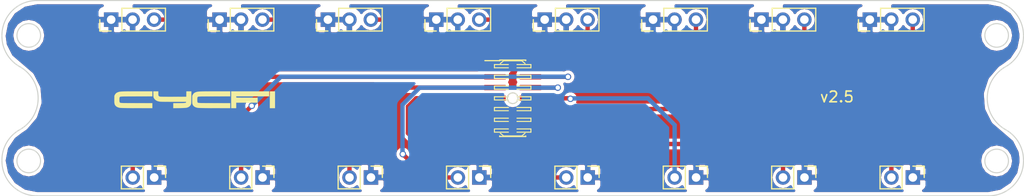
<source format=kicad_pcb>
(kicad_pcb (version 20171130) (host pcbnew "(5.1.10-1-10_14)")

  (general
    (thickness 1.6)
    (drawings 67)
    (tracks 89)
    (zones 0)
    (modules 18)
    (nets 11)
  )

  (page A4)
  (layers
    (0 F.Cu signal)
    (31 B.Cu signal)
    (32 B.Adhes user)
    (33 F.Adhes user)
    (34 B.Paste user)
    (35 F.Paste user)
    (36 B.SilkS user)
    (37 F.SilkS user)
    (38 B.Mask user)
    (39 F.Mask user)
    (40 Dwgs.User user)
    (41 Cmts.User user)
    (42 Eco1.User user)
    (43 Eco2.User user)
    (44 Edge.Cuts user)
    (45 Margin user)
    (46 B.CrtYd user)
    (47 F.CrtYd user)
    (48 B.Fab user)
    (49 F.Fab user)
  )

  (setup
    (last_trace_width 0.25)
    (user_trace_width 0.2032)
    (user_trace_width 0.4084)
    (user_trace_width 0.6)
    (trace_clearance 0.2)
    (zone_clearance 0.3)
    (zone_45_only no)
    (trace_min 0.2)
    (via_size 0.6)
    (via_drill 0.4)
    (via_min_size 0.4)
    (via_min_drill 0.3)
    (uvia_size 0.3)
    (uvia_drill 0.1)
    (uvias_allowed no)
    (uvia_min_size 0.2)
    (uvia_min_drill 0.1)
    (edge_width 0.15)
    (segment_width 0.2)
    (pcb_text_width 0.3)
    (pcb_text_size 1.5 1.5)
    (mod_edge_width 0.15)
    (mod_text_size 1 1)
    (mod_text_width 0.15)
    (pad_size 1.524 1.524)
    (pad_drill 0.762)
    (pad_to_mask_clearance 0.2)
    (aux_axis_origin 0 0)
    (visible_elements 7FFFFF7F)
    (pcbplotparams
      (layerselection 0x00030_80000001)
      (usegerberextensions false)
      (usegerberattributes true)
      (usegerberadvancedattributes true)
      (creategerberjobfile true)
      (excludeedgelayer true)
      (linewidth 0.100000)
      (plotframeref false)
      (viasonmask false)
      (mode 1)
      (useauxorigin false)
      (hpglpennumber 1)
      (hpglpenspeed 20)
      (hpglpendiameter 15.000000)
      (psnegative false)
      (psa4output false)
      (plotreference true)
      (plotvalue true)
      (plotinvisibletext false)
      (padsonsilk false)
      (subtractmaskfromsilk false)
      (outputformat 1)
      (mirror false)
      (drillshape 1)
      (scaleselection 1)
      (outputdirectory ""))
  )

  (net 0 "")
  (net 1 GND)
  (net 2 V+)
  (net 3 "Net-(J17-Pad8)")
  (net 4 "Net-(J17-Pad9)")
  (net 5 "Net-(J17-Pad10)")
  (net 6 "Net-(J17-Pad7)")
  (net 7 "Net-(J17-Pad6)")
  (net 8 "Net-(J11-Pad2)")
  (net 9 "Net-(J13-Pad2)")
  (net 10 "Net-(J15-Pad2)")

  (net_class Default "This is the default net class."
    (clearance 0.2)
    (trace_width 0.25)
    (via_dia 0.6)
    (via_drill 0.4)
    (uvia_dia 0.3)
    (uvia_drill 0.1)
    (add_net GND)
    (add_net "Net-(J11-Pad2)")
    (add_net "Net-(J13-Pad2)")
    (add_net "Net-(J15-Pad2)")
    (add_net "Net-(J17-Pad10)")
    (add_net "Net-(J17-Pad6)")
    (add_net "Net-(J17-Pad7)")
    (add_net "Net-(J17-Pad8)")
    (add_net "Net-(J17-Pad9)")
    (add_net V+)
  )

  (module Pin_Headers:Pin_Header_Straight_1x03_Pitch2.00mm (layer F.Cu) (tedit 5B3C26FC) (tstamp 5B3C245A)
    (at 175.06 87.8 90)
    (descr "Through hole straight pin header, 1x03, 2.00mm pitch, single row")
    (tags "Through hole pin header THT 1x03 2.00mm single row")
    (path /5B3C29A1)
    (fp_text reference J1 (at 0 -2.06 90) (layer F.SilkS) hide
      (effects (font (size 1 1) (thickness 0.15)))
    )
    (fp_text value CONN_01X03 (at 0 6.06 90) (layer F.Fab) hide
      (effects (font (size 1 1) (thickness 0.15)))
    )
    (fp_line (start 1.5 -1.5) (end -1.5 -1.5) (layer F.CrtYd) (width 0.05))
    (fp_line (start 1.5 5.5) (end 1.5 -1.5) (layer F.CrtYd) (width 0.05))
    (fp_line (start -1.5 5.5) (end 1.5 5.5) (layer F.CrtYd) (width 0.05))
    (fp_line (start -1.5 -1.5) (end -1.5 5.5) (layer F.CrtYd) (width 0.05))
    (fp_line (start -1.06 -1.06) (end 0 -1.06) (layer F.SilkS) (width 0.12))
    (fp_line (start -1.06 0) (end -1.06 -1.06) (layer F.SilkS) (width 0.12))
    (fp_line (start -1.06 1) (end 1.06 1) (layer F.SilkS) (width 0.12))
    (fp_line (start 1.06 1) (end 1.06 5.06) (layer F.SilkS) (width 0.12))
    (fp_line (start -1.06 1) (end -1.06 5.06) (layer F.SilkS) (width 0.12))
    (fp_line (start -1.06 5.06) (end 1.06 5.06) (layer F.SilkS) (width 0.12))
    (fp_line (start -1 -0.5) (end -0.5 -1) (layer F.Fab) (width 0.1))
    (fp_line (start -1 5) (end -1 -0.5) (layer F.Fab) (width 0.1))
    (fp_line (start 1 5) (end -1 5) (layer F.Fab) (width 0.1))
    (fp_line (start 1 -1) (end 1 5) (layer F.Fab) (width 0.1))
    (fp_line (start -0.5 -1) (end 1 -1) (layer F.Fab) (width 0.1))
    (fp_text user %R (at 0 2 180) (layer F.Fab)
      (effects (font (size 1 1) (thickness 0.15)))
    )
    (pad 1 thru_hole rect (at 0 0 90) (size 1.35 1.35) (drill 0.8) (layers *.Cu *.Mask)
      (net 1 GND))
    (pad 2 thru_hole oval (at 0 2 90) (size 1.35 1.35) (drill 0.8) (layers *.Cu *.Mask)
      (net 1 GND))
    (pad 3 thru_hole oval (at 0 4 90) (size 1.35 1.35) (drill 0.8) (layers *.Cu *.Mask)
      (net 2 V+))
    (model ${KISYS3DMOD}/Pin_Headers.3dshapes/Pin_Header_Straight_1x03_Pitch2.00mm.wrl
      (at (xyz 0 0 0))
      (scale (xyz 1 1 1))
      (rotate (xyz 0 0 0))
    )
  )

  (module Pin_Headers:Pin_Header_Straight_1x02_Pitch2.00mm (layer F.Cu) (tedit 5B3C26A9) (tstamp 5B3C2460)
    (at 158.87 102.51 270)
    (descr "Through hole straight pin header, 1x02, 2.00mm pitch, single row")
    (tags "Through hole pin header THT 1x02 2.00mm single row")
    (path /5B3C288B)
    (fp_text reference J2 (at 0 -2.06 270) (layer F.SilkS) hide
      (effects (font (size 1 1) (thickness 0.15)))
    )
    (fp_text value CONN_01X02 (at 0 4.06 270) (layer F.Fab) hide
      (effects (font (size 1 1) (thickness 0.15)))
    )
    (fp_line (start 1.5 -1.5) (end -1.5 -1.5) (layer F.CrtYd) (width 0.05))
    (fp_line (start 1.5 3.5) (end 1.5 -1.5) (layer F.CrtYd) (width 0.05))
    (fp_line (start -1.5 3.5) (end 1.5 3.5) (layer F.CrtYd) (width 0.05))
    (fp_line (start -1.5 -1.5) (end -1.5 3.5) (layer F.CrtYd) (width 0.05))
    (fp_line (start -1.06 -1.06) (end 0 -1.06) (layer F.SilkS) (width 0.12))
    (fp_line (start -1.06 0) (end -1.06 -1.06) (layer F.SilkS) (width 0.12))
    (fp_line (start -1.06 1) (end 1.06 1) (layer F.SilkS) (width 0.12))
    (fp_line (start 1.06 1) (end 1.06 3.06) (layer F.SilkS) (width 0.12))
    (fp_line (start -1.06 1) (end -1.06 3.06) (layer F.SilkS) (width 0.12))
    (fp_line (start -1.06 3.06) (end 1.06 3.06) (layer F.SilkS) (width 0.12))
    (fp_line (start -1 -0.5) (end -0.5 -1) (layer F.Fab) (width 0.1))
    (fp_line (start -1 3) (end -1 -0.5) (layer F.Fab) (width 0.1))
    (fp_line (start 1 3) (end -1 3) (layer F.Fab) (width 0.1))
    (fp_line (start 1 -1) (end 1 3) (layer F.Fab) (width 0.1))
    (fp_line (start -0.5 -1) (end 1 -1) (layer F.Fab) (width 0.1))
    (fp_text user %R (at 0 1) (layer F.Fab)
      (effects (font (size 1 1) (thickness 0.15)))
    )
    (pad 1 thru_hole rect (at 0 0 270) (size 1.35 1.35) (drill 0.8) (layers *.Cu *.Mask)
      (net 1 GND))
    (pad 2 thru_hole oval (at 0 2 270) (size 1.35 1.35) (drill 0.8) (layers *.Cu *.Mask)
      (net 3 "Net-(J17-Pad8)"))
    (model ${KISYS3DMOD}/Pin_Headers.3dshapes/Pin_Header_Straight_1x02_Pitch2.00mm.wrl
      (at (xyz 0 0 0))
      (scale (xyz 1 1 1))
      (rotate (xyz 0 0 0))
    )
  )

  (module Pin_Headers:Pin_Header_Straight_1x02_Pitch2.00mm (layer F.Cu) (tedit 5B3C26E6) (tstamp 5B3C2466)
    (at 168.97 102.51 270)
    (descr "Through hole straight pin header, 1x02, 2.00mm pitch, single row")
    (tags "Through hole pin header THT 1x02 2.00mm single row")
    (path /5B3C298F)
    (fp_text reference J3 (at 0 -2.06 270) (layer F.SilkS) hide
      (effects (font (size 1 1) (thickness 0.15)))
    )
    (fp_text value CONN_01X02 (at 0 4.06 270) (layer F.Fab) hide
      (effects (font (size 1 1) (thickness 0.15)))
    )
    (fp_line (start 1.5 -1.5) (end -1.5 -1.5) (layer F.CrtYd) (width 0.05))
    (fp_line (start 1.5 3.5) (end 1.5 -1.5) (layer F.CrtYd) (width 0.05))
    (fp_line (start -1.5 3.5) (end 1.5 3.5) (layer F.CrtYd) (width 0.05))
    (fp_line (start -1.5 -1.5) (end -1.5 3.5) (layer F.CrtYd) (width 0.05))
    (fp_line (start -1.06 -1.06) (end 0 -1.06) (layer F.SilkS) (width 0.12))
    (fp_line (start -1.06 0) (end -1.06 -1.06) (layer F.SilkS) (width 0.12))
    (fp_line (start -1.06 1) (end 1.06 1) (layer F.SilkS) (width 0.12))
    (fp_line (start 1.06 1) (end 1.06 3.06) (layer F.SilkS) (width 0.12))
    (fp_line (start -1.06 1) (end -1.06 3.06) (layer F.SilkS) (width 0.12))
    (fp_line (start -1.06 3.06) (end 1.06 3.06) (layer F.SilkS) (width 0.12))
    (fp_line (start -1 -0.5) (end -0.5 -1) (layer F.Fab) (width 0.1))
    (fp_line (start -1 3) (end -1 -0.5) (layer F.Fab) (width 0.1))
    (fp_line (start 1 3) (end -1 3) (layer F.Fab) (width 0.1))
    (fp_line (start 1 -1) (end 1 3) (layer F.Fab) (width 0.1))
    (fp_line (start -0.5 -1) (end 1 -1) (layer F.Fab) (width 0.1))
    (fp_text user %R (at 0 1) (layer F.Fab)
      (effects (font (size 1 1) (thickness 0.15)))
    )
    (pad 1 thru_hole rect (at 0 0 270) (size 1.35 1.35) (drill 0.8) (layers *.Cu *.Mask)
      (net 1 GND))
    (pad 2 thru_hole oval (at 0 2 270) (size 1.35 1.35) (drill 0.8) (layers *.Cu *.Mask)
      (net 4 "Net-(J17-Pad9)"))
    (model ${KISYS3DMOD}/Pin_Headers.3dshapes/Pin_Header_Straight_1x02_Pitch2.00mm.wrl
      (at (xyz 0 0 0))
      (scale (xyz 1 1 1))
      (rotate (xyz 0 0 0))
    )
  )

  (module Pin_Headers:Pin_Header_Straight_1x02_Pitch2.00mm (layer F.Cu) (tedit 5B3C270A) (tstamp 5B3C246C)
    (at 179.07 102.51 270)
    (descr "Through hole straight pin header, 1x02, 2.00mm pitch, single row")
    (tags "Through hole pin header THT 1x02 2.00mm single row")
    (path /5B3C299B)
    (fp_text reference J4 (at 0 -2.06 270) (layer F.SilkS) hide
      (effects (font (size 1 1) (thickness 0.15)))
    )
    (fp_text value CONN_01X02 (at 0 4.06 270) (layer F.Fab) hide
      (effects (font (size 1 1) (thickness 0.15)))
    )
    (fp_line (start 1.5 -1.5) (end -1.5 -1.5) (layer F.CrtYd) (width 0.05))
    (fp_line (start 1.5 3.5) (end 1.5 -1.5) (layer F.CrtYd) (width 0.05))
    (fp_line (start -1.5 3.5) (end 1.5 3.5) (layer F.CrtYd) (width 0.05))
    (fp_line (start -1.5 -1.5) (end -1.5 3.5) (layer F.CrtYd) (width 0.05))
    (fp_line (start -1.06 -1.06) (end 0 -1.06) (layer F.SilkS) (width 0.12))
    (fp_line (start -1.06 0) (end -1.06 -1.06) (layer F.SilkS) (width 0.12))
    (fp_line (start -1.06 1) (end 1.06 1) (layer F.SilkS) (width 0.12))
    (fp_line (start 1.06 1) (end 1.06 3.06) (layer F.SilkS) (width 0.12))
    (fp_line (start -1.06 1) (end -1.06 3.06) (layer F.SilkS) (width 0.12))
    (fp_line (start -1.06 3.06) (end 1.06 3.06) (layer F.SilkS) (width 0.12))
    (fp_line (start -1 -0.5) (end -0.5 -1) (layer F.Fab) (width 0.1))
    (fp_line (start -1 3) (end -1 -0.5) (layer F.Fab) (width 0.1))
    (fp_line (start 1 3) (end -1 3) (layer F.Fab) (width 0.1))
    (fp_line (start 1 -1) (end 1 3) (layer F.Fab) (width 0.1))
    (fp_line (start -0.5 -1) (end 1 -1) (layer F.Fab) (width 0.1))
    (fp_text user %R (at 0 1) (layer F.Fab)
      (effects (font (size 1 1) (thickness 0.15)))
    )
    (pad 1 thru_hole rect (at 0 0 270) (size 1.35 1.35) (drill 0.8) (layers *.Cu *.Mask)
      (net 1 GND))
    (pad 2 thru_hole oval (at 0 2 270) (size 1.35 1.35) (drill 0.8) (layers *.Cu *.Mask)
      (net 5 "Net-(J17-Pad10)"))
    (model ${KISYS3DMOD}/Pin_Headers.3dshapes/Pin_Header_Straight_1x02_Pitch2.00mm.wrl
      (at (xyz 0 0 0))
      (scale (xyz 1 1 1))
      (rotate (xyz 0 0 0))
    )
  )

  (module Pin_Headers:Pin_Header_Straight_1x02_Pitch2.00mm (layer F.Cu) (tedit 5B3C2688) (tstamp 5B3C2472)
    (at 148.77 102.51 270)
    (descr "Through hole straight pin header, 1x02, 2.00mm pitch, single row")
    (tags "Through hole pin header THT 1x02 2.00mm single row")
    (path /5B3C2C26)
    (fp_text reference J5 (at 0 -2.06 270) (layer F.SilkS) hide
      (effects (font (size 1 1) (thickness 0.15)))
    )
    (fp_text value CONN_01X02 (at 0 4.06 270) (layer F.Fab) hide
      (effects (font (size 1 1) (thickness 0.15)))
    )
    (fp_line (start 1.5 -1.5) (end -1.5 -1.5) (layer F.CrtYd) (width 0.05))
    (fp_line (start 1.5 3.5) (end 1.5 -1.5) (layer F.CrtYd) (width 0.05))
    (fp_line (start -1.5 3.5) (end 1.5 3.5) (layer F.CrtYd) (width 0.05))
    (fp_line (start -1.5 -1.5) (end -1.5 3.5) (layer F.CrtYd) (width 0.05))
    (fp_line (start -1.06 -1.06) (end 0 -1.06) (layer F.SilkS) (width 0.12))
    (fp_line (start -1.06 0) (end -1.06 -1.06) (layer F.SilkS) (width 0.12))
    (fp_line (start -1.06 1) (end 1.06 1) (layer F.SilkS) (width 0.12))
    (fp_line (start 1.06 1) (end 1.06 3.06) (layer F.SilkS) (width 0.12))
    (fp_line (start -1.06 1) (end -1.06 3.06) (layer F.SilkS) (width 0.12))
    (fp_line (start -1.06 3.06) (end 1.06 3.06) (layer F.SilkS) (width 0.12))
    (fp_line (start -1 -0.5) (end -0.5 -1) (layer F.Fab) (width 0.1))
    (fp_line (start -1 3) (end -1 -0.5) (layer F.Fab) (width 0.1))
    (fp_line (start 1 3) (end -1 3) (layer F.Fab) (width 0.1))
    (fp_line (start 1 -1) (end 1 3) (layer F.Fab) (width 0.1))
    (fp_line (start -0.5 -1) (end 1 -1) (layer F.Fab) (width 0.1))
    (fp_text user %R (at 0 1) (layer F.Fab)
      (effects (font (size 1 1) (thickness 0.15)))
    )
    (pad 1 thru_hole rect (at 0 0 270) (size 1.35 1.35) (drill 0.8) (layers *.Cu *.Mask)
      (net 1 GND))
    (pad 2 thru_hole oval (at 0 2 270) (size 1.35 1.35) (drill 0.8) (layers *.Cu *.Mask)
      (net 6 "Net-(J17-Pad7)"))
    (model ${KISYS3DMOD}/Pin_Headers.3dshapes/Pin_Header_Straight_1x02_Pitch2.00mm.wrl
      (at (xyz 0 0 0))
      (scale (xyz 1 1 1))
      (rotate (xyz 0 0 0))
    )
  )

  (module Pin_Headers:Pin_Header_Straight_1x03_Pitch2.00mm (layer F.Cu) (tedit 5B3C26B6) (tstamp 5B3C2479)
    (at 154.86 87.8 90)
    (descr "Through hole straight pin header, 1x03, 2.00mm pitch, single row")
    (tags "Through hole pin header THT 1x03 2.00mm single row")
    (path /5B3C2891)
    (fp_text reference J6 (at 0 -2.06 90) (layer F.SilkS) hide
      (effects (font (size 1 1) (thickness 0.15)))
    )
    (fp_text value CONN_01X03 (at 0 6.06 90) (layer F.Fab) hide
      (effects (font (size 1 1) (thickness 0.15)))
    )
    (fp_line (start 1.5 -1.5) (end -1.5 -1.5) (layer F.CrtYd) (width 0.05))
    (fp_line (start 1.5 5.5) (end 1.5 -1.5) (layer F.CrtYd) (width 0.05))
    (fp_line (start -1.5 5.5) (end 1.5 5.5) (layer F.CrtYd) (width 0.05))
    (fp_line (start -1.5 -1.5) (end -1.5 5.5) (layer F.CrtYd) (width 0.05))
    (fp_line (start -1.06 -1.06) (end 0 -1.06) (layer F.SilkS) (width 0.12))
    (fp_line (start -1.06 0) (end -1.06 -1.06) (layer F.SilkS) (width 0.12))
    (fp_line (start -1.06 1) (end 1.06 1) (layer F.SilkS) (width 0.12))
    (fp_line (start 1.06 1) (end 1.06 5.06) (layer F.SilkS) (width 0.12))
    (fp_line (start -1.06 1) (end -1.06 5.06) (layer F.SilkS) (width 0.12))
    (fp_line (start -1.06 5.06) (end 1.06 5.06) (layer F.SilkS) (width 0.12))
    (fp_line (start -1 -0.5) (end -0.5 -1) (layer F.Fab) (width 0.1))
    (fp_line (start -1 5) (end -1 -0.5) (layer F.Fab) (width 0.1))
    (fp_line (start 1 5) (end -1 5) (layer F.Fab) (width 0.1))
    (fp_line (start 1 -1) (end 1 5) (layer F.Fab) (width 0.1))
    (fp_line (start -0.5 -1) (end 1 -1) (layer F.Fab) (width 0.1))
    (fp_text user %R (at 0 2 180) (layer F.Fab)
      (effects (font (size 1 1) (thickness 0.15)))
    )
    (pad 1 thru_hole rect (at 0 0 90) (size 1.35 1.35) (drill 0.8) (layers *.Cu *.Mask)
      (net 1 GND))
    (pad 2 thru_hole oval (at 0 2 90) (size 1.35 1.35) (drill 0.8) (layers *.Cu *.Mask)
      (net 1 GND))
    (pad 3 thru_hole oval (at 0 4 90) (size 1.35 1.35) (drill 0.8) (layers *.Cu *.Mask)
      (net 2 V+))
    (model ${KISYS3DMOD}/Pin_Headers.3dshapes/Pin_Header_Straight_1x03_Pitch2.00mm.wrl
      (at (xyz 0 0 0))
      (scale (xyz 1 1 1))
      (rotate (xyz 0 0 0))
    )
  )

  (module Pin_Headers:Pin_Header_Straight_1x03_Pitch2.00mm (layer F.Cu) (tedit 5B3C26DE) (tstamp 5B3C2480)
    (at 164.96 87.8 90)
    (descr "Through hole straight pin header, 1x03, 2.00mm pitch, single row")
    (tags "Through hole pin header THT 1x03 2.00mm single row")
    (path /5B3C2995)
    (fp_text reference J7 (at 0 -2.06 90) (layer F.SilkS) hide
      (effects (font (size 1 1) (thickness 0.15)))
    )
    (fp_text value CONN_01X03 (at 0 6.06 90) (layer F.Fab) hide
      (effects (font (size 1 1) (thickness 0.15)))
    )
    (fp_line (start 1.5 -1.5) (end -1.5 -1.5) (layer F.CrtYd) (width 0.05))
    (fp_line (start 1.5 5.5) (end 1.5 -1.5) (layer F.CrtYd) (width 0.05))
    (fp_line (start -1.5 5.5) (end 1.5 5.5) (layer F.CrtYd) (width 0.05))
    (fp_line (start -1.5 -1.5) (end -1.5 5.5) (layer F.CrtYd) (width 0.05))
    (fp_line (start -1.06 -1.06) (end 0 -1.06) (layer F.SilkS) (width 0.12))
    (fp_line (start -1.06 0) (end -1.06 -1.06) (layer F.SilkS) (width 0.12))
    (fp_line (start -1.06 1) (end 1.06 1) (layer F.SilkS) (width 0.12))
    (fp_line (start 1.06 1) (end 1.06 5.06) (layer F.SilkS) (width 0.12))
    (fp_line (start -1.06 1) (end -1.06 5.06) (layer F.SilkS) (width 0.12))
    (fp_line (start -1.06 5.06) (end 1.06 5.06) (layer F.SilkS) (width 0.12))
    (fp_line (start -1 -0.5) (end -0.5 -1) (layer F.Fab) (width 0.1))
    (fp_line (start -1 5) (end -1 -0.5) (layer F.Fab) (width 0.1))
    (fp_line (start 1 5) (end -1 5) (layer F.Fab) (width 0.1))
    (fp_line (start 1 -1) (end 1 5) (layer F.Fab) (width 0.1))
    (fp_line (start -0.5 -1) (end 1 -1) (layer F.Fab) (width 0.1))
    (fp_text user %R (at 0 2 180) (layer F.Fab)
      (effects (font (size 1 1) (thickness 0.15)))
    )
    (pad 1 thru_hole rect (at 0 0 90) (size 1.35 1.35) (drill 0.8) (layers *.Cu *.Mask)
      (net 1 GND))
    (pad 2 thru_hole oval (at 0 2 90) (size 1.35 1.35) (drill 0.8) (layers *.Cu *.Mask)
      (net 1 GND))
    (pad 3 thru_hole oval (at 0 4 90) (size 1.35 1.35) (drill 0.8) (layers *.Cu *.Mask)
      (net 2 V+))
    (model ${KISYS3DMOD}/Pin_Headers.3dshapes/Pin_Header_Straight_1x03_Pitch2.00mm.wrl
      (at (xyz 0 0 0))
      (scale (xyz 1 1 1))
      (rotate (xyz 0 0 0))
    )
  )

  (module Pin_Headers:Pin_Header_Straight_1x03_Pitch2.00mm (layer F.Cu) (tedit 5B3C268F) (tstamp 5B3C2487)
    (at 144.76 87.8 90)
    (descr "Through hole straight pin header, 1x03, 2.00mm pitch, single row")
    (tags "Through hole pin header THT 1x03 2.00mm single row")
    (path /5B3C2C2C)
    (fp_text reference J8 (at 0 -2.06 90) (layer F.SilkS) hide
      (effects (font (size 1 1) (thickness 0.15)))
    )
    (fp_text value CONN_01X03 (at 0 6.06 90) (layer F.Fab) hide
      (effects (font (size 1 1) (thickness 0.15)))
    )
    (fp_line (start 1.5 -1.5) (end -1.5 -1.5) (layer F.CrtYd) (width 0.05))
    (fp_line (start 1.5 5.5) (end 1.5 -1.5) (layer F.CrtYd) (width 0.05))
    (fp_line (start -1.5 5.5) (end 1.5 5.5) (layer F.CrtYd) (width 0.05))
    (fp_line (start -1.5 -1.5) (end -1.5 5.5) (layer F.CrtYd) (width 0.05))
    (fp_line (start -1.06 -1.06) (end 0 -1.06) (layer F.SilkS) (width 0.12))
    (fp_line (start -1.06 0) (end -1.06 -1.06) (layer F.SilkS) (width 0.12))
    (fp_line (start -1.06 1) (end 1.06 1) (layer F.SilkS) (width 0.12))
    (fp_line (start 1.06 1) (end 1.06 5.06) (layer F.SilkS) (width 0.12))
    (fp_line (start -1.06 1) (end -1.06 5.06) (layer F.SilkS) (width 0.12))
    (fp_line (start -1.06 5.06) (end 1.06 5.06) (layer F.SilkS) (width 0.12))
    (fp_line (start -1 -0.5) (end -0.5 -1) (layer F.Fab) (width 0.1))
    (fp_line (start -1 5) (end -1 -0.5) (layer F.Fab) (width 0.1))
    (fp_line (start 1 5) (end -1 5) (layer F.Fab) (width 0.1))
    (fp_line (start 1 -1) (end 1 5) (layer F.Fab) (width 0.1))
    (fp_line (start -0.5 -1) (end 1 -1) (layer F.Fab) (width 0.1))
    (fp_text user %R (at 0 2 180) (layer F.Fab)
      (effects (font (size 1 1) (thickness 0.15)))
    )
    (pad 1 thru_hole rect (at 0 0 90) (size 1.35 1.35) (drill 0.8) (layers *.Cu *.Mask)
      (net 1 GND))
    (pad 2 thru_hole oval (at 0 2 90) (size 1.35 1.35) (drill 0.8) (layers *.Cu *.Mask)
      (net 1 GND))
    (pad 3 thru_hole oval (at 0 4 90) (size 1.35 1.35) (drill 0.8) (layers *.Cu *.Mask)
      (net 2 V+))
    (model ${KISYS3DMOD}/Pin_Headers.3dshapes/Pin_Header_Straight_1x03_Pitch2.00mm.wrl
      (at (xyz 0 0 0))
      (scale (xyz 1 1 1))
      (rotate (xyz 0 0 0))
    )
  )

  (module Pin_Headers:Pin_Header_Straight_1x02_Pitch2.00mm (layer F.Cu) (tedit 5B3C2645) (tstamp 5B3C248D)
    (at 138.67 102.51 270)
    (descr "Through hole straight pin header, 1x02, 2.00mm pitch, single row")
    (tags "Through hole pin header THT 1x02 2.00mm single row")
    (path /5B3C254C)
    (fp_text reference J9 (at 0 -2.06 270) (layer F.SilkS) hide
      (effects (font (size 1 1) (thickness 0.15)))
    )
    (fp_text value CONN_01X02 (at 0 4.06 270) (layer F.Fab) hide
      (effects (font (size 1 1) (thickness 0.15)))
    )
    (fp_line (start 1.5 -1.5) (end -1.5 -1.5) (layer F.CrtYd) (width 0.05))
    (fp_line (start 1.5 3.5) (end 1.5 -1.5) (layer F.CrtYd) (width 0.05))
    (fp_line (start -1.5 3.5) (end 1.5 3.5) (layer F.CrtYd) (width 0.05))
    (fp_line (start -1.5 -1.5) (end -1.5 3.5) (layer F.CrtYd) (width 0.05))
    (fp_line (start -1.06 -1.06) (end 0 -1.06) (layer F.SilkS) (width 0.12))
    (fp_line (start -1.06 0) (end -1.06 -1.06) (layer F.SilkS) (width 0.12))
    (fp_line (start -1.06 1) (end 1.06 1) (layer F.SilkS) (width 0.12))
    (fp_line (start 1.06 1) (end 1.06 3.06) (layer F.SilkS) (width 0.12))
    (fp_line (start -1.06 1) (end -1.06 3.06) (layer F.SilkS) (width 0.12))
    (fp_line (start -1.06 3.06) (end 1.06 3.06) (layer F.SilkS) (width 0.12))
    (fp_line (start -1 -0.5) (end -0.5 -1) (layer F.Fab) (width 0.1))
    (fp_line (start -1 3) (end -1 -0.5) (layer F.Fab) (width 0.1))
    (fp_line (start 1 3) (end -1 3) (layer F.Fab) (width 0.1))
    (fp_line (start 1 -1) (end 1 3) (layer F.Fab) (width 0.1))
    (fp_line (start -0.5 -1) (end 1 -1) (layer F.Fab) (width 0.1))
    (fp_text user %R (at 0 1) (layer F.Fab)
      (effects (font (size 1 1) (thickness 0.15)))
    )
    (pad 1 thru_hole rect (at 0 0 270) (size 1.35 1.35) (drill 0.8) (layers *.Cu *.Mask)
      (net 1 GND))
    (pad 2 thru_hole oval (at 0 2 270) (size 1.35 1.35) (drill 0.8) (layers *.Cu *.Mask)
      (net 7 "Net-(J17-Pad6)"))
    (model ${KISYS3DMOD}/Pin_Headers.3dshapes/Pin_Header_Straight_1x02_Pitch2.00mm.wrl
      (at (xyz 0 0 0))
      (scale (xyz 1 1 1))
      (rotate (xyz 0 0 0))
    )
  )

  (module Pin_Headers:Pin_Header_Straight_1x03_Pitch2.00mm (layer F.Cu) (tedit 5B3C2655) (tstamp 5B3C2494)
    (at 134.66 87.8 90)
    (descr "Through hole straight pin header, 1x03, 2.00mm pitch, single row")
    (tags "Through hole pin header THT 1x03 2.00mm single row")
    (path /5B3C2552)
    (fp_text reference J10 (at 0 -2.06 90) (layer F.SilkS) hide
      (effects (font (size 1 1) (thickness 0.15)))
    )
    (fp_text value CONN_01X03 (at 0 6.06 90) (layer F.Fab) hide
      (effects (font (size 1 1) (thickness 0.15)))
    )
    (fp_line (start 1.5 -1.5) (end -1.5 -1.5) (layer F.CrtYd) (width 0.05))
    (fp_line (start 1.5 5.5) (end 1.5 -1.5) (layer F.CrtYd) (width 0.05))
    (fp_line (start -1.5 5.5) (end 1.5 5.5) (layer F.CrtYd) (width 0.05))
    (fp_line (start -1.5 -1.5) (end -1.5 5.5) (layer F.CrtYd) (width 0.05))
    (fp_line (start -1.06 -1.06) (end 0 -1.06) (layer F.SilkS) (width 0.12))
    (fp_line (start -1.06 0) (end -1.06 -1.06) (layer F.SilkS) (width 0.12))
    (fp_line (start -1.06 1) (end 1.06 1) (layer F.SilkS) (width 0.12))
    (fp_line (start 1.06 1) (end 1.06 5.06) (layer F.SilkS) (width 0.12))
    (fp_line (start -1.06 1) (end -1.06 5.06) (layer F.SilkS) (width 0.12))
    (fp_line (start -1.06 5.06) (end 1.06 5.06) (layer F.SilkS) (width 0.12))
    (fp_line (start -1 -0.5) (end -0.5 -1) (layer F.Fab) (width 0.1))
    (fp_line (start -1 5) (end -1 -0.5) (layer F.Fab) (width 0.1))
    (fp_line (start 1 5) (end -1 5) (layer F.Fab) (width 0.1))
    (fp_line (start 1 -1) (end 1 5) (layer F.Fab) (width 0.1))
    (fp_line (start -0.5 -1) (end 1 -1) (layer F.Fab) (width 0.1))
    (fp_text user %R (at 0 2 180) (layer F.Fab)
      (effects (font (size 1 1) (thickness 0.15)))
    )
    (pad 1 thru_hole rect (at 0 0 90) (size 1.35 1.35) (drill 0.8) (layers *.Cu *.Mask)
      (net 1 GND))
    (pad 2 thru_hole oval (at 0 2 90) (size 1.35 1.35) (drill 0.8) (layers *.Cu *.Mask)
      (net 1 GND))
    (pad 3 thru_hole oval (at 0 4 90) (size 1.35 1.35) (drill 0.8) (layers *.Cu *.Mask)
      (net 2 V+))
    (model ${KISYS3DMOD}/Pin_Headers.3dshapes/Pin_Header_Straight_1x03_Pitch2.00mm.wrl
      (at (xyz 0 0 0))
      (scale (xyz 1 1 1))
      (rotate (xyz 0 0 0))
    )
  )

  (module Pin_Headers:Pin_Header_Straight_1x02_Pitch2.00mm (layer F.Cu) (tedit 5B3C257D) (tstamp 5B3C249A)
    (at 128.57 102.51 270)
    (descr "Through hole straight pin header, 1x02, 2.00mm pitch, single row")
    (tags "Through hole pin header THT 1x02 2.00mm single row")
    (path /5B3C2540)
    (fp_text reference J11 (at 0 -2.06 270) (layer F.SilkS) hide
      (effects (font (size 1 1) (thickness 0.15)))
    )
    (fp_text value CONN_01X02 (at 0 4.06 270) (layer F.Fab) hide
      (effects (font (size 1 1) (thickness 0.15)))
    )
    (fp_line (start 1.5 -1.5) (end -1.5 -1.5) (layer F.CrtYd) (width 0.05))
    (fp_line (start 1.5 3.5) (end 1.5 -1.5) (layer F.CrtYd) (width 0.05))
    (fp_line (start -1.5 3.5) (end 1.5 3.5) (layer F.CrtYd) (width 0.05))
    (fp_line (start -1.5 -1.5) (end -1.5 3.5) (layer F.CrtYd) (width 0.05))
    (fp_line (start -1.06 -1.06) (end 0 -1.06) (layer F.SilkS) (width 0.12))
    (fp_line (start -1.06 0) (end -1.06 -1.06) (layer F.SilkS) (width 0.12))
    (fp_line (start -1.06 1) (end 1.06 1) (layer F.SilkS) (width 0.12))
    (fp_line (start 1.06 1) (end 1.06 3.06) (layer F.SilkS) (width 0.12))
    (fp_line (start -1.06 1) (end -1.06 3.06) (layer F.SilkS) (width 0.12))
    (fp_line (start -1.06 3.06) (end 1.06 3.06) (layer F.SilkS) (width 0.12))
    (fp_line (start -1 -0.5) (end -0.5 -1) (layer F.Fab) (width 0.1))
    (fp_line (start -1 3) (end -1 -0.5) (layer F.Fab) (width 0.1))
    (fp_line (start 1 3) (end -1 3) (layer F.Fab) (width 0.1))
    (fp_line (start 1 -1) (end 1 3) (layer F.Fab) (width 0.1))
    (fp_line (start -0.5 -1) (end 1 -1) (layer F.Fab) (width 0.1))
    (fp_text user %R (at 0 1) (layer F.Fab)
      (effects (font (size 1 1) (thickness 0.15)))
    )
    (pad 1 thru_hole rect (at 0 0 270) (size 1.35 1.35) (drill 0.8) (layers *.Cu *.Mask)
      (net 1 GND))
    (pad 2 thru_hole oval (at 0 2 270) (size 1.35 1.35) (drill 0.8) (layers *.Cu *.Mask)
      (net 8 "Net-(J11-Pad2)"))
    (model ${KISYS3DMOD}/Pin_Headers.3dshapes/Pin_Header_Straight_1x02_Pitch2.00mm.wrl
      (at (xyz 0 0 0))
      (scale (xyz 1 1 1))
      (rotate (xyz 0 0 0))
    )
  )

  (module Pin_Headers:Pin_Header_Straight_1x03_Pitch2.00mm (layer F.Cu) (tedit 5B3C25A1) (tstamp 5B3C24A1)
    (at 124.56 87.8 90)
    (descr "Through hole straight pin header, 1x03, 2.00mm pitch, single row")
    (tags "Through hole pin header THT 1x03 2.00mm single row")
    (path /5B3C2546)
    (fp_text reference J12 (at 0 -2.06 90) (layer F.SilkS) hide
      (effects (font (size 1 1) (thickness 0.15)))
    )
    (fp_text value CONN_01X03 (at 0 6.06 90) (layer F.Fab) hide
      (effects (font (size 1 1) (thickness 0.15)))
    )
    (fp_line (start 1.5 -1.5) (end -1.5 -1.5) (layer F.CrtYd) (width 0.05))
    (fp_line (start 1.5 5.5) (end 1.5 -1.5) (layer F.CrtYd) (width 0.05))
    (fp_line (start -1.5 5.5) (end 1.5 5.5) (layer F.CrtYd) (width 0.05))
    (fp_line (start -1.5 -1.5) (end -1.5 5.5) (layer F.CrtYd) (width 0.05))
    (fp_line (start -1.06 -1.06) (end 0 -1.06) (layer F.SilkS) (width 0.12))
    (fp_line (start -1.06 0) (end -1.06 -1.06) (layer F.SilkS) (width 0.12))
    (fp_line (start -1.06 1) (end 1.06 1) (layer F.SilkS) (width 0.12))
    (fp_line (start 1.06 1) (end 1.06 5.06) (layer F.SilkS) (width 0.12))
    (fp_line (start -1.06 1) (end -1.06 5.06) (layer F.SilkS) (width 0.12))
    (fp_line (start -1.06 5.06) (end 1.06 5.06) (layer F.SilkS) (width 0.12))
    (fp_line (start -1 -0.5) (end -0.5 -1) (layer F.Fab) (width 0.1))
    (fp_line (start -1 5) (end -1 -0.5) (layer F.Fab) (width 0.1))
    (fp_line (start 1 5) (end -1 5) (layer F.Fab) (width 0.1))
    (fp_line (start 1 -1) (end 1 5) (layer F.Fab) (width 0.1))
    (fp_line (start -0.5 -1) (end 1 -1) (layer F.Fab) (width 0.1))
    (fp_text user %R (at 0 2 180) (layer F.Fab)
      (effects (font (size 1 1) (thickness 0.15)))
    )
    (pad 1 thru_hole rect (at 0 0 90) (size 1.35 1.35) (drill 0.8) (layers *.Cu *.Mask)
      (net 1 GND))
    (pad 2 thru_hole oval (at 0 2 90) (size 1.35 1.35) (drill 0.8) (layers *.Cu *.Mask)
      (net 1 GND))
    (pad 3 thru_hole oval (at 0 4 90) (size 1.35 1.35) (drill 0.8) (layers *.Cu *.Mask)
      (net 2 V+))
    (model ${KISYS3DMOD}/Pin_Headers.3dshapes/Pin_Header_Straight_1x03_Pitch2.00mm.wrl
      (at (xyz 0 0 0))
      (scale (xyz 1 1 1))
      (rotate (xyz 0 0 0))
    )
  )

  (module Pin_Headers:Pin_Header_Straight_1x02_Pitch2.00mm (layer F.Cu) (tedit 5B3C2535) (tstamp 5B3C24A7)
    (at 118.47 102.51 270)
    (descr "Through hole straight pin header, 1x02, 2.00mm pitch, single row")
    (tags "Through hole pin header THT 1x02 2.00mm single row")
    (path /5B3C1FCF)
    (fp_text reference J13 (at 0 -2.06 270) (layer F.SilkS) hide
      (effects (font (size 1 1) (thickness 0.15)))
    )
    (fp_text value CONN_01X02 (at 0 4.06 270) (layer F.Fab) hide
      (effects (font (size 1 1) (thickness 0.15)))
    )
    (fp_line (start 1.5 -1.5) (end -1.5 -1.5) (layer F.CrtYd) (width 0.05))
    (fp_line (start 1.5 3.5) (end 1.5 -1.5) (layer F.CrtYd) (width 0.05))
    (fp_line (start -1.5 3.5) (end 1.5 3.5) (layer F.CrtYd) (width 0.05))
    (fp_line (start -1.5 -1.5) (end -1.5 3.5) (layer F.CrtYd) (width 0.05))
    (fp_line (start -1.06 -1.06) (end 0 -1.06) (layer F.SilkS) (width 0.12))
    (fp_line (start -1.06 0) (end -1.06 -1.06) (layer F.SilkS) (width 0.12))
    (fp_line (start -1.06 1) (end 1.06 1) (layer F.SilkS) (width 0.12))
    (fp_line (start 1.06 1) (end 1.06 3.06) (layer F.SilkS) (width 0.12))
    (fp_line (start -1.06 1) (end -1.06 3.06) (layer F.SilkS) (width 0.12))
    (fp_line (start -1.06 3.06) (end 1.06 3.06) (layer F.SilkS) (width 0.12))
    (fp_line (start -1 -0.5) (end -0.5 -1) (layer F.Fab) (width 0.1))
    (fp_line (start -1 3) (end -1 -0.5) (layer F.Fab) (width 0.1))
    (fp_line (start 1 3) (end -1 3) (layer F.Fab) (width 0.1))
    (fp_line (start 1 -1) (end 1 3) (layer F.Fab) (width 0.1))
    (fp_line (start -0.5 -1) (end 1 -1) (layer F.Fab) (width 0.1))
    (fp_text user %R (at 0 1) (layer F.Fab)
      (effects (font (size 1 1) (thickness 0.15)))
    )
    (pad 1 thru_hole rect (at 0 0 270) (size 1.35 1.35) (drill 0.8) (layers *.Cu *.Mask)
      (net 1 GND))
    (pad 2 thru_hole oval (at 0 2 270) (size 1.35 1.35) (drill 0.8) (layers *.Cu *.Mask)
      (net 9 "Net-(J13-Pad2)"))
    (model ${KISYS3DMOD}/Pin_Headers.3dshapes/Pin_Header_Straight_1x02_Pitch2.00mm.wrl
      (at (xyz 0 0 0))
      (scale (xyz 1 1 1))
      (rotate (xyz 0 0 0))
    )
  )

  (module Pin_Headers:Pin_Header_Straight_1x03_Pitch2.00mm (layer F.Cu) (tedit 5B3C2545) (tstamp 5B3C24AE)
    (at 114.46 87.8 90)
    (descr "Through hole straight pin header, 1x03, 2.00mm pitch, single row")
    (tags "Through hole pin header THT 1x03 2.00mm single row")
    (path /5B3C1FD5)
    (fp_text reference J14 (at 0 -2.06 90) (layer F.SilkS) hide
      (effects (font (size 1 1) (thickness 0.15)))
    )
    (fp_text value CONN_01X03 (at 0 6.06 90) (layer F.Fab) hide
      (effects (font (size 1 1) (thickness 0.15)))
    )
    (fp_line (start 1.5 -1.5) (end -1.5 -1.5) (layer F.CrtYd) (width 0.05))
    (fp_line (start 1.5 5.5) (end 1.5 -1.5) (layer F.CrtYd) (width 0.05))
    (fp_line (start -1.5 5.5) (end 1.5 5.5) (layer F.CrtYd) (width 0.05))
    (fp_line (start -1.5 -1.5) (end -1.5 5.5) (layer F.CrtYd) (width 0.05))
    (fp_line (start -1.06 -1.06) (end 0 -1.06) (layer F.SilkS) (width 0.12))
    (fp_line (start -1.06 0) (end -1.06 -1.06) (layer F.SilkS) (width 0.12))
    (fp_line (start -1.06 1) (end 1.06 1) (layer F.SilkS) (width 0.12))
    (fp_line (start 1.06 1) (end 1.06 5.06) (layer F.SilkS) (width 0.12))
    (fp_line (start -1.06 1) (end -1.06 5.06) (layer F.SilkS) (width 0.12))
    (fp_line (start -1.06 5.06) (end 1.06 5.06) (layer F.SilkS) (width 0.12))
    (fp_line (start -1 -0.5) (end -0.5 -1) (layer F.Fab) (width 0.1))
    (fp_line (start -1 5) (end -1 -0.5) (layer F.Fab) (width 0.1))
    (fp_line (start 1 5) (end -1 5) (layer F.Fab) (width 0.1))
    (fp_line (start 1 -1) (end 1 5) (layer F.Fab) (width 0.1))
    (fp_line (start -0.5 -1) (end 1 -1) (layer F.Fab) (width 0.1))
    (fp_text user %R (at 0 2 180) (layer F.Fab)
      (effects (font (size 1 1) (thickness 0.15)))
    )
    (pad 1 thru_hole rect (at 0 0 90) (size 1.35 1.35) (drill 0.8) (layers *.Cu *.Mask)
      (net 1 GND))
    (pad 2 thru_hole oval (at 0 2 90) (size 1.35 1.35) (drill 0.8) (layers *.Cu *.Mask)
      (net 1 GND))
    (pad 3 thru_hole oval (at 0 4 90) (size 1.35 1.35) (drill 0.8) (layers *.Cu *.Mask)
      (net 2 V+))
    (model ${KISYS3DMOD}/Pin_Headers.3dshapes/Pin_Header_Straight_1x03_Pitch2.00mm.wrl
      (at (xyz 0 0 0))
      (scale (xyz 1 1 1))
      (rotate (xyz 0 0 0))
    )
  )

  (module Pin_Headers:Pin_Header_Straight_1x02_Pitch2.00mm (layer F.Cu) (tedit 5B3C2507) (tstamp 5B3C24B4)
    (at 108.37 102.51 270)
    (descr "Through hole straight pin header, 1x02, 2.00mm pitch, single row")
    (tags "Through hole pin header THT 1x02 2.00mm single row")
    (path /5B3C1AC1)
    (fp_text reference J15 (at 0 -2.06 270) (layer F.SilkS) hide
      (effects (font (size 1 1) (thickness 0.15)))
    )
    (fp_text value CONN_01X02 (at 0 4.06 270) (layer F.Fab) hide
      (effects (font (size 1 1) (thickness 0.15)))
    )
    (fp_line (start 1.5 -1.5) (end -1.5 -1.5) (layer F.CrtYd) (width 0.05))
    (fp_line (start 1.5 3.5) (end 1.5 -1.5) (layer F.CrtYd) (width 0.05))
    (fp_line (start -1.5 3.5) (end 1.5 3.5) (layer F.CrtYd) (width 0.05))
    (fp_line (start -1.5 -1.5) (end -1.5 3.5) (layer F.CrtYd) (width 0.05))
    (fp_line (start -1.06 -1.06) (end 0 -1.06) (layer F.SilkS) (width 0.12))
    (fp_line (start -1.06 0) (end -1.06 -1.06) (layer F.SilkS) (width 0.12))
    (fp_line (start -1.06 1) (end 1.06 1) (layer F.SilkS) (width 0.12))
    (fp_line (start 1.06 1) (end 1.06 3.06) (layer F.SilkS) (width 0.12))
    (fp_line (start -1.06 1) (end -1.06 3.06) (layer F.SilkS) (width 0.12))
    (fp_line (start -1.06 3.06) (end 1.06 3.06) (layer F.SilkS) (width 0.12))
    (fp_line (start -1 -0.5) (end -0.5 -1) (layer F.Fab) (width 0.1))
    (fp_line (start -1 3) (end -1 -0.5) (layer F.Fab) (width 0.1))
    (fp_line (start 1 3) (end -1 3) (layer F.Fab) (width 0.1))
    (fp_line (start 1 -1) (end 1 3) (layer F.Fab) (width 0.1))
    (fp_line (start -0.5 -1) (end 1 -1) (layer F.Fab) (width 0.1))
    (fp_text user %R (at 0 1) (layer F.Fab)
      (effects (font (size 1 1) (thickness 0.15)))
    )
    (pad 1 thru_hole rect (at 0 0 270) (size 1.35 1.35) (drill 0.8) (layers *.Cu *.Mask)
      (net 1 GND))
    (pad 2 thru_hole oval (at 0 2 270) (size 1.35 1.35) (drill 0.8) (layers *.Cu *.Mask)
      (net 10 "Net-(J15-Pad2)"))
    (model ${KISYS3DMOD}/Pin_Headers.3dshapes/Pin_Header_Straight_1x02_Pitch2.00mm.wrl
      (at (xyz 0 0 0))
      (scale (xyz 1 1 1))
      (rotate (xyz 0 0 0))
    )
  )

  (module Pin_Headers:Pin_Header_Straight_1x03_Pitch2.00mm (layer F.Cu) (tedit 5B3C2519) (tstamp 5B3C24BB)
    (at 104.36 87.8 90)
    (descr "Through hole straight pin header, 1x03, 2.00mm pitch, single row")
    (tags "Through hole pin header THT 1x03 2.00mm single row")
    (path /5B3C1BA0)
    (fp_text reference J16 (at 0 -2.06 90) (layer F.SilkS) hide
      (effects (font (size 1 1) (thickness 0.15)))
    )
    (fp_text value CONN_01X03 (at 0 6.06 90) (layer F.Fab) hide
      (effects (font (size 1 1) (thickness 0.15)))
    )
    (fp_line (start 1.5 -1.5) (end -1.5 -1.5) (layer F.CrtYd) (width 0.05))
    (fp_line (start 1.5 5.5) (end 1.5 -1.5) (layer F.CrtYd) (width 0.05))
    (fp_line (start -1.5 5.5) (end 1.5 5.5) (layer F.CrtYd) (width 0.05))
    (fp_line (start -1.5 -1.5) (end -1.5 5.5) (layer F.CrtYd) (width 0.05))
    (fp_line (start -1.06 -1.06) (end 0 -1.06) (layer F.SilkS) (width 0.12))
    (fp_line (start -1.06 0) (end -1.06 -1.06) (layer F.SilkS) (width 0.12))
    (fp_line (start -1.06 1) (end 1.06 1) (layer F.SilkS) (width 0.12))
    (fp_line (start 1.06 1) (end 1.06 5.06) (layer F.SilkS) (width 0.12))
    (fp_line (start -1.06 1) (end -1.06 5.06) (layer F.SilkS) (width 0.12))
    (fp_line (start -1.06 5.06) (end 1.06 5.06) (layer F.SilkS) (width 0.12))
    (fp_line (start -1 -0.5) (end -0.5 -1) (layer F.Fab) (width 0.1))
    (fp_line (start -1 5) (end -1 -0.5) (layer F.Fab) (width 0.1))
    (fp_line (start 1 5) (end -1 5) (layer F.Fab) (width 0.1))
    (fp_line (start 1 -1) (end 1 5) (layer F.Fab) (width 0.1))
    (fp_line (start -0.5 -1) (end 1 -1) (layer F.Fab) (width 0.1))
    (fp_text user %R (at 0 2 180) (layer F.Fab)
      (effects (font (size 1 1) (thickness 0.15)))
    )
    (pad 1 thru_hole rect (at 0 0 90) (size 1.35 1.35) (drill 0.8) (layers *.Cu *.Mask)
      (net 1 GND))
    (pad 2 thru_hole oval (at 0 2 90) (size 1.35 1.35) (drill 0.8) (layers *.Cu *.Mask)
      (net 1 GND))
    (pad 3 thru_hole oval (at 0 4 90) (size 1.35 1.35) (drill 0.8) (layers *.Cu *.Mask)
      (net 2 V+))
    (model ${KISYS3DMOD}/Pin_Headers.3dshapes/Pin_Header_Straight_1x03_Pitch2.00mm.wrl
      (at (xyz 0 0 0))
      (scale (xyz 1 1 1))
      (rotate (xyz 0 0 0))
    )
  )

  (module Pin_Headers:Pin_Header_Straight_2x07_Pitch1.00mm_SMD (layer F.Cu) (tedit 5B3C24B2) (tstamp 5B3C24CD)
    (at 141.78 95.13)
    (descr "surface-mounted straight pin header, 2x07, 1.00mm pitch, double rows")
    (tags "Surface mounted pin header SMD 2x07 1.00mm double row")
    (path /5B3C178C)
    (attr smd)
    (fp_text reference J17 (at 0 -4.56) (layer F.SilkS) hide
      (effects (font (size 1 1) (thickness 0.15)))
    )
    (fp_text value CONN_01X14 (at 0 4.56) (layer F.Fab) hide
      (effects (font (size 1 1) (thickness 0.15)))
    )
    (fp_line (start 3.65 -4) (end -3.65 -4) (layer F.CrtYd) (width 0.05))
    (fp_line (start 3.65 4) (end 3.65 -4) (layer F.CrtYd) (width 0.05))
    (fp_line (start -3.65 4) (end 3.65 4) (layer F.CrtYd) (width 0.05))
    (fp_line (start -3.65 -4) (end -3.65 4) (layer F.CrtYd) (width 0.05))
    (fp_line (start 1.21 3.51) (end 1.21 3.56) (layer F.SilkS) (width 0.12))
    (fp_line (start -1.21 3.51) (end -1.21 3.56) (layer F.SilkS) (width 0.12))
    (fp_line (start 1.21 -3.56) (end 1.21 -3.51) (layer F.SilkS) (width 0.12))
    (fp_line (start -1.21 -3.56) (end -1.21 -3.51) (layer F.SilkS) (width 0.12))
    (fp_line (start -2.59 -3.51) (end -1.21 -3.51) (layer F.SilkS) (width 0.12))
    (fp_line (start -1.21 3.56) (end 1.21 3.56) (layer F.SilkS) (width 0.12))
    (fp_line (start -1.21 -3.56) (end 1.21 -3.56) (layer F.SilkS) (width 0.12))
    (fp_line (start 2.4 3.15) (end 1.15 3.15) (layer F.Fab) (width 0.1))
    (fp_line (start 2.4 2.85) (end 2.4 3.15) (layer F.Fab) (width 0.1))
    (fp_line (start 1.15 2.85) (end 2.4 2.85) (layer F.Fab) (width 0.1))
    (fp_line (start -2.4 3.15) (end -1.15 3.15) (layer F.Fab) (width 0.1))
    (fp_line (start -2.4 2.85) (end -2.4 3.15) (layer F.Fab) (width 0.1))
    (fp_line (start -1.15 2.85) (end -2.4 2.85) (layer F.Fab) (width 0.1))
    (fp_line (start 2.4 2.15) (end 1.15 2.15) (layer F.Fab) (width 0.1))
    (fp_line (start 2.4 1.85) (end 2.4 2.15) (layer F.Fab) (width 0.1))
    (fp_line (start 1.15 1.85) (end 2.4 1.85) (layer F.Fab) (width 0.1))
    (fp_line (start -2.4 2.15) (end -1.15 2.15) (layer F.Fab) (width 0.1))
    (fp_line (start -2.4 1.85) (end -2.4 2.15) (layer F.Fab) (width 0.1))
    (fp_line (start -1.15 1.85) (end -2.4 1.85) (layer F.Fab) (width 0.1))
    (fp_line (start 2.4 1.15) (end 1.15 1.15) (layer F.Fab) (width 0.1))
    (fp_line (start 2.4 0.85) (end 2.4 1.15) (layer F.Fab) (width 0.1))
    (fp_line (start 1.15 0.85) (end 2.4 0.85) (layer F.Fab) (width 0.1))
    (fp_line (start -2.4 1.15) (end -1.15 1.15) (layer F.Fab) (width 0.1))
    (fp_line (start -2.4 0.85) (end -2.4 1.15) (layer F.Fab) (width 0.1))
    (fp_line (start -1.15 0.85) (end -2.4 0.85) (layer F.Fab) (width 0.1))
    (fp_line (start 2.4 0.15) (end 1.15 0.15) (layer F.Fab) (width 0.1))
    (fp_line (start 2.4 -0.15) (end 2.4 0.15) (layer F.Fab) (width 0.1))
    (fp_line (start 1.15 -0.15) (end 2.4 -0.15) (layer F.Fab) (width 0.1))
    (fp_line (start -2.4 0.15) (end -1.15 0.15) (layer F.Fab) (width 0.1))
    (fp_line (start -2.4 -0.15) (end -2.4 0.15) (layer F.Fab) (width 0.1))
    (fp_line (start -1.15 -0.15) (end -2.4 -0.15) (layer F.Fab) (width 0.1))
    (fp_line (start 2.4 -0.85) (end 1.15 -0.85) (layer F.Fab) (width 0.1))
    (fp_line (start 2.4 -1.15) (end 2.4 -0.85) (layer F.Fab) (width 0.1))
    (fp_line (start 1.15 -1.15) (end 2.4 -1.15) (layer F.Fab) (width 0.1))
    (fp_line (start -2.4 -0.85) (end -1.15 -0.85) (layer F.Fab) (width 0.1))
    (fp_line (start -2.4 -1.15) (end -2.4 -0.85) (layer F.Fab) (width 0.1))
    (fp_line (start -1.15 -1.15) (end -2.4 -1.15) (layer F.Fab) (width 0.1))
    (fp_line (start 2.4 -1.85) (end 1.15 -1.85) (layer F.Fab) (width 0.1))
    (fp_line (start 2.4 -2.15) (end 2.4 -1.85) (layer F.Fab) (width 0.1))
    (fp_line (start 1.15 -2.15) (end 2.4 -2.15) (layer F.Fab) (width 0.1))
    (fp_line (start -2.4 -1.85) (end -1.15 -1.85) (layer F.Fab) (width 0.1))
    (fp_line (start -2.4 -2.15) (end -2.4 -1.85) (layer F.Fab) (width 0.1))
    (fp_line (start -1.15 -2.15) (end -2.4 -2.15) (layer F.Fab) (width 0.1))
    (fp_line (start 2.4 -2.85) (end 1.15 -2.85) (layer F.Fab) (width 0.1))
    (fp_line (start 2.4 -3.15) (end 2.4 -2.85) (layer F.Fab) (width 0.1))
    (fp_line (start 1.15 -3.15) (end 2.4 -3.15) (layer F.Fab) (width 0.1))
    (fp_line (start -2.4 -2.85) (end -1.15 -2.85) (layer F.Fab) (width 0.1))
    (fp_line (start -2.4 -3.15) (end -2.4 -2.85) (layer F.Fab) (width 0.1))
    (fp_line (start -1.15 -3.15) (end -2.4 -3.15) (layer F.Fab) (width 0.1))
    (fp_line (start 1.15 -3.5) (end 1.15 3.5) (layer F.Fab) (width 0.1))
    (fp_line (start -1.15 -3.15) (end -0.8 -3.5) (layer F.Fab) (width 0.1))
    (fp_line (start -1.15 3.5) (end -1.15 -3.15) (layer F.Fab) (width 0.1))
    (fp_line (start -0.8 -3.5) (end 1.15 -3.5) (layer F.Fab) (width 0.1))
    (fp_line (start 1.15 3.5) (end -1.15 3.5) (layer F.Fab) (width 0.1))
    (fp_text user %R (at 0 0 90) (layer F.Fab) hide
      (effects (font (size 1 1) (thickness 0.15)))
    )
    (pad 1 smd rect (at -1.65 -3) (size 2 0.5) (layers F.Cu F.Paste F.Mask)
      (net 1 GND))
    (pad 2 smd rect (at 1.65 -3) (size 2 0.5) (layers F.Cu F.Paste F.Mask)
      (net 2 V+))
    (pad 3 smd rect (at -1.65 -2) (size 2 0.5) (layers F.Cu F.Paste F.Mask)
      (net 10 "Net-(J15-Pad2)"))
    (pad 4 smd rect (at 1.65 -2) (size 2 0.5) (layers F.Cu F.Paste F.Mask)
      (net 9 "Net-(J13-Pad2)"))
    (pad 5 smd rect (at -1.65 -1) (size 2 0.5) (layers F.Cu F.Paste F.Mask)
      (net 8 "Net-(J11-Pad2)"))
    (pad 6 smd rect (at 1.65 -1) (size 2 0.5) (layers F.Cu F.Paste F.Mask)
      (net 7 "Net-(J17-Pad6)"))
    (pad 7 smd rect (at -1.65 0) (size 2 0.5) (layers F.Cu F.Paste F.Mask)
      (net 6 "Net-(J17-Pad7)"))
    (pad 8 smd rect (at 1.65 0) (size 2 0.5) (layers F.Cu F.Paste F.Mask)
      (net 3 "Net-(J17-Pad8)"))
    (pad 9 smd rect (at -1.65 1) (size 2 0.5) (layers F.Cu F.Paste F.Mask)
      (net 4 "Net-(J17-Pad9)"))
    (pad 10 smd rect (at 1.65 1) (size 2 0.5) (layers F.Cu F.Paste F.Mask)
      (net 5 "Net-(J17-Pad10)"))
    (pad 11 smd rect (at -1.65 2) (size 2 0.5) (layers F.Cu F.Paste F.Mask)
      (net 1 GND))
    (pad 12 smd rect (at 1.65 2) (size 2 0.5) (layers F.Cu F.Paste F.Mask)
      (net 1 GND))
    (pad 13 smd rect (at -1.65 3) (size 2 0.5) (layers F.Cu F.Paste F.Mask)
      (net 1 GND))
    (pad 14 smd rect (at 1.65 3) (size 2 0.5) (layers F.Cu F.Paste F.Mask)
      (net 1 GND))
    (model ${KISYS3DMOD}/Pin_Headers.3dshapes/Pin_Header_Straight_2x07_Pitch1.00mm_SMD.wrl
      (at (xyz 0 0 0))
      (scale (xyz 1 1 1))
      (rotate (xyz 0 0 0))
    )
  )

  (module Symbols:Cycfi_Logo (layer F.Cu) (tedit 0) (tstamp 5B3C2D06)
    (at 112.15 95.25)
    (fp_text reference G*** (at 0 0) (layer F.SilkS) hide
      (effects (font (size 1.524 1.524) (thickness 0.3)))
    )
    (fp_text value LOGO (at 0.75 0) (layer F.SilkS) hide
      (effects (font (size 1.524 1.524) (thickness 0.3)))
    )
    (fp_poly (pts (xy 7.477125 0.79375) (xy 7.000875 0.79375) (xy 7.000875 -0.762) (xy 7.477125 -0.762)
      (xy 7.477125 0.79375)) (layer F.SilkS) (width 0.01))
    (fp_poly (pts (xy 6.937375 -0.301625) (xy 3.857625 -0.301625) (xy 3.857625 -0.248047) (xy 3.861444 -0.210366)
      (xy 3.879029 -0.192338) (xy 3.907234 -0.184547) (xy 3.931776 -0.182758) (xy 3.985128 -0.181072)
      (xy 4.064347 -0.179519) (xy 4.166493 -0.178128) (xy 4.288625 -0.176929) (xy 4.427801 -0.17595)
      (xy 4.581081 -0.17522) (xy 4.745524 -0.174769) (xy 4.907359 -0.174625) (xy 5.857875 -0.174625)
      (xy 5.857875 0.28575) (xy 3.857625 0.28575) (xy 3.857625 0.79375) (xy 3.39725 0.79375)
      (xy 3.39725 -0.762) (xy 6.937375 -0.762) (xy 6.937375 -0.301625)) (layer F.SilkS) (width 0.01))
    (fp_poly (pts (xy 3.302 -0.762) (xy 3.302 -0.302565) (xy 1.820948 -0.298126) (xy 1.56996 -0.297346)
      (xy 1.348779 -0.296573) (xy 1.155462 -0.295768) (xy 0.988067 -0.294888) (xy 0.844651 -0.293893)
      (xy 0.72327 -0.292741) (xy 0.621983 -0.29139) (xy 0.538846 -0.2898) (xy 0.471916 -0.287929)
      (xy 0.419251 -0.285736) (xy 0.378907 -0.283179) (xy 0.348943 -0.280217) (xy 0.327414 -0.276808)
      (xy 0.31238 -0.272913) (xy 0.301895 -0.268488) (xy 0.2972 -0.265706) (xy 0.270351 -0.243371)
      (xy 0.251589 -0.213735) (xy 0.239604 -0.171258) (xy 0.233087 -0.110397) (xy 0.230727 -0.025612)
      (xy 0.230653 0.015875) (xy 0.232168 0.111561) (xy 0.236967 0.18109) (xy 0.246357 0.229992)
      (xy 0.261644 0.263797) (xy 0.284136 0.288036) (xy 0.297197 0.297455) (xy 0.305957 0.302201)
      (xy 0.318166 0.306395) (xy 0.335766 0.31008) (xy 0.3607 0.313296) (xy 0.394911 0.316085)
      (xy 0.440341 0.31849) (xy 0.498934 0.320551) (xy 0.572631 0.32231) (xy 0.663376 0.32381)
      (xy 0.773111 0.325092) (xy 0.90378 0.326197) (xy 1.057324 0.327168) (xy 1.235687 0.328045)
      (xy 1.440811 0.328871) (xy 1.674639 0.329688) (xy 1.820945 0.330163) (xy 3.302 0.33489)
      (xy 3.302 0.79375) (xy 1.869281 0.791736) (xy 1.656237 0.791293) (xy 1.450516 0.790587)
      (xy 1.254573 0.789641) (xy 1.070861 0.788481) (xy 0.901837 0.78713) (xy 0.749955 0.785613)
      (xy 0.617671 0.783955) (xy 0.507439 0.78218) (xy 0.421715 0.780312) (xy 0.362953 0.778375)
      (xy 0.334336 0.776494) (xy 0.175951 0.746141) (xy 0.044388 0.69941) (xy -0.060891 0.636033)
      (xy -0.140427 0.555738) (xy -0.15883 0.529131) (xy -0.184915 0.483542) (xy -0.2049 0.436162)
      (xy -0.219439 0.382214) (xy -0.229182 0.316925) (xy -0.234781 0.23552) (xy -0.236888 0.133224)
      (xy -0.236156 0.005264) (xy -0.235579 -0.032952) (xy -0.230188 -0.359591) (xy -0.182281 -0.453187)
      (xy -0.121732 -0.54339) (xy -0.040199 -0.616526) (xy 0.0643 -0.673658) (xy 0.193749 -0.715846)
      (xy 0.350133 -0.744154) (xy 0.364708 -0.745951) (xy 0.40464 -0.748754) (xy 0.47456 -0.75134)
      (xy 0.572706 -0.75369) (xy 0.697316 -0.755786) (xy 0.846628 -0.75761) (xy 1.018882 -0.759143)
      (xy 1.212315 -0.760367) (xy 1.425165 -0.761264) (xy 1.655671 -0.761814) (xy 1.900614 -0.762001)
      (xy 3.302 -0.762)) (layer F.SilkS) (width 0.01))
    (fp_poly (pts (xy -3.39725 -0.571751) (xy -3.396942 -0.490937) (xy -3.395199 -0.435158) (xy -3.390795 -0.397697)
      (xy -3.382503 -0.371839) (xy -3.369095 -0.350869) (xy -3.353594 -0.332802) (xy -3.3244 -0.305244)
      (xy -3.290769 -0.28759) (xy -3.24237 -0.275574) (xy -3.198813 -0.268862) (xy -3.162382 -0.266143)
      (xy -3.096502 -0.263742) (xy -3.003473 -0.261681) (xy -2.885595 -0.259978) (xy -2.745166 -0.258655)
      (xy -2.584488 -0.257731) (xy -2.405859 -0.257227) (xy -2.21158 -0.257163) (xy -2.003949 -0.257559)
      (xy -1.93675 -0.25778) (xy -0.785813 -0.261938) (xy -0.777069 -0.762) (xy -0.315015 -0.762)
      (xy -0.321307 -0.202407) (xy -0.323213 -0.049389) (xy -0.32527 0.075397) (xy -0.327663 0.175472)
      (xy -0.33058 0.254353) (xy -0.334205 0.315559) (xy -0.338724 0.36261) (xy -0.344323 0.399024)
      (xy -0.351189 0.428321) (xy -0.355351 0.442) (xy -0.399655 0.530748) (xy -0.468848 0.611329)
      (xy -0.556082 0.67641) (xy -0.591779 0.695195) (xy -0.639483 0.71664) (xy -0.685119 0.734293)
      (xy -0.732426 0.748575) (xy -0.785142 0.759905) (xy -0.847005 0.7687) (xy -0.921752 0.77538)
      (xy -1.013123 0.780365) (xy -1.124856 0.784072) (xy -1.260687 0.786921) (xy -1.424357 0.789331)
      (xy -1.432719 0.78944) (xy -2.00025 0.796772) (xy -2.00025 0.335888) (xy -1.448594 0.329996)
      (xy -1.289092 0.328087) (xy -1.158475 0.325846) (xy -1.053879 0.322899) (xy -0.972441 0.318871)
      (xy -0.911294 0.313389) (xy -0.867575 0.306076) (xy -0.83842 0.296559) (xy -0.820964 0.284464)
      (xy -0.812343 0.269415) (xy -0.809692 0.251038) (xy -0.809625 0.246455) (xy -0.809625 0.206375)
      (xy -1.988344 0.205821) (xy -2.222933 0.205652) (xy -2.428134 0.205298) (xy -2.606308 0.204635)
      (xy -2.759816 0.203541) (xy -2.891022 0.201892) (xy -3.002285 0.199564) (xy -3.095968 0.196434)
      (xy -3.174433 0.192379) (xy -3.24004 0.187275) (xy -3.295152 0.181) (xy -3.34213 0.173428)
      (xy -3.383336 0.164438) (xy -3.421131 0.153906) (xy -3.457877 0.141709) (xy -3.495936 0.127722)
      (xy -3.497956 0.126959) (xy -3.610465 0.069973) (xy -3.707636 -0.007903) (xy -3.782835 -0.100961)
      (xy -3.802021 -0.134659) (xy -3.819542 -0.170003) (xy -3.832261 -0.201089) (xy -3.841075 -0.234017)
      (xy -3.84688 -0.274887) (xy -3.850575 -0.329801) (xy -3.853055 -0.404857) (xy -3.854995 -0.494893)
      (xy -3.860302 -0.762) (xy -3.39725 -0.762) (xy -3.39725 -0.571751)) (layer F.SilkS) (width 0.01))
    (fp_poly (pts (xy -3.952875 -0.762) (xy -3.952875 -0.302565) (xy -5.433927 -0.298126) (xy -5.684915 -0.297346)
      (xy -5.906096 -0.296573) (xy -6.099413 -0.295768) (xy -6.266808 -0.294888) (xy -6.410224 -0.293893)
      (xy -6.531605 -0.292741) (xy -6.632892 -0.29139) (xy -6.716029 -0.2898) (xy -6.782959 -0.287929)
      (xy -6.835624 -0.285736) (xy -6.875968 -0.283179) (xy -6.905932 -0.280217) (xy -6.927461 -0.276808)
      (xy -6.942495 -0.272913) (xy -6.95298 -0.268488) (xy -6.957675 -0.265706) (xy -6.984442 -0.243463)
      (xy -7.003189 -0.213956) (xy -7.015233 -0.171646) (xy -7.021895 -0.11099) (xy -7.024492 -0.026448)
      (xy -7.024688 0.015875) (xy -7.023363 0.111673) (xy -7.018507 0.181341) (xy -7.008803 0.230417)
      (xy -6.992931 0.264444) (xy -6.969573 0.288963) (xy -6.957678 0.297455) (xy -6.948918 0.302201)
      (xy -6.936709 0.306395) (xy -6.919109 0.31008) (xy -6.894175 0.313296) (xy -6.859964 0.316085)
      (xy -6.814534 0.31849) (xy -6.755941 0.320551) (xy -6.682244 0.32231) (xy -6.591499 0.32381)
      (xy -6.481764 0.325092) (xy -6.351095 0.326197) (xy -6.197551 0.327168) (xy -6.019188 0.328045)
      (xy -5.814064 0.328871) (xy -5.580236 0.329688) (xy -5.43393 0.330163) (xy -3.952875 0.33489)
      (xy -3.952875 0.79375) (xy -5.385594 0.791736) (xy -5.598638 0.791293) (xy -5.804359 0.790587)
      (xy -6.000302 0.789641) (xy -6.184014 0.788481) (xy -6.353038 0.78713) (xy -6.50492 0.785613)
      (xy -6.637204 0.783955) (xy -6.747436 0.78218) (xy -6.83316 0.780312) (xy -6.891922 0.778375)
      (xy -6.920539 0.776494) (xy -7.078924 0.746141) (xy -7.210487 0.69941) (xy -7.315766 0.636033)
      (xy -7.395302 0.555738) (xy -7.413705 0.529131) (xy -7.43979 0.483542) (xy -7.459775 0.436162)
      (xy -7.474314 0.382214) (xy -7.484057 0.316925) (xy -7.489656 0.23552) (xy -7.491763 0.133224)
      (xy -7.491031 0.005264) (xy -7.490454 -0.032952) (xy -7.485063 -0.359591) (xy -7.437156 -0.453187)
      (xy -7.376607 -0.54339) (xy -7.295074 -0.616526) (xy -7.190575 -0.673658) (xy -7.061126 -0.715846)
      (xy -6.904742 -0.744154) (xy -6.890167 -0.745951) (xy -6.850235 -0.748754) (xy -6.780315 -0.75134)
      (xy -6.682169 -0.75369) (xy -6.557559 -0.755786) (xy -6.408247 -0.75761) (xy -6.235993 -0.759143)
      (xy -6.04256 -0.760367) (xy -5.82971 -0.761264) (xy -5.599204 -0.761814) (xy -5.354261 -0.762001)
      (xy -3.952875 -0.762)) (layer F.SilkS) (width 0.01))
  )

  (gr_text v2.5 (at 172 95) (layer F.SilkS)
    (effects (font (size 1 1) (thickness 0.15)))
  )
  (gr_circle (center 141.780738 95.12504) (end 142.280738 95.12504) (layer F.SilkS) (width 0.1))
  (gr_line (start 142.62782 98.636465) (end 142.92782 98.386465) (layer F.SilkS) (width 0.1))
  (gr_line (start 140.92782 98.636465) (end 142.62782 98.636465) (layer F.SilkS) (width 0.1))
  (gr_line (start 140.92782 98.636465) (end 140.62782 98.386465) (layer F.SilkS) (width 0.1))
  (gr_line (start 140.07782 98.286465) (end 140.07782 97.986465) (layer F.SilkS) (width 0.1))
  (gr_line (start 140.07782 97.286465) (end 140.07782 96.986465) (layer F.SilkS) (width 0.1))
  (gr_line (start 140.07782 96.286465) (end 140.07782 95.986465) (layer F.SilkS) (width 0.1))
  (gr_line (start 140.07782 95.286465) (end 140.07782 94.986465) (layer F.SilkS) (width 0.1))
  (gr_line (start 140.07782 94.286465) (end 140.07782 93.986465) (layer F.SilkS) (width 0.1))
  (gr_line (start 140.07782 93.286465) (end 140.07782 92.986465) (layer F.SilkS) (width 0.1))
  (gr_line (start 140.07782 92.286465) (end 140.07782 91.986465) (layer F.SilkS) (width 0.1))
  (gr_line (start 140.62782 91.886465) (end 140.92782 91.636465) (layer F.SilkS) (width 0.1))
  (gr_line (start 142.62782 91.636465) (end 142.92782 91.886465) (layer F.SilkS) (width 0.1))
  (gr_line (start 143.47782 91.986465) (end 143.47782 92.286465) (layer F.SilkS) (width 0.1))
  (gr_line (start 143.47782 92.986465) (end 143.47782 93.286465) (layer F.SilkS) (width 0.1))
  (gr_line (start 143.47782 93.986465) (end 143.47782 94.286465) (layer F.SilkS) (width 0.1))
  (gr_line (start 143.47782 94.986465) (end 143.47782 95.286465) (layer F.SilkS) (width 0.1))
  (gr_line (start 143.47782 95.986465) (end 143.47782 96.286465) (layer F.SilkS) (width 0.1))
  (gr_line (start 143.47782 96.986465) (end 143.47782 97.286465) (layer F.SilkS) (width 0.1))
  (gr_line (start 143.47782 97.986465) (end 143.47782 98.286465) (layer F.SilkS) (width 0.1))
  (gr_line (start 141.37782 98.286465) (end 140.07782 98.286465) (layer F.SilkS) (width 0.1))
  (gr_line (start 141.37782 97.286465) (end 140.07782 97.286465) (layer F.SilkS) (width 0.1))
  (gr_line (start 141.37782 96.286465) (end 140.07782 96.286465) (layer F.SilkS) (width 0.1))
  (gr_line (start 141.37782 95.286465) (end 140.07782 95.286465) (layer F.SilkS) (width 0.1))
  (gr_line (start 141.37782 94.286465) (end 140.07782 94.286465) (layer F.SilkS) (width 0.1))
  (gr_line (start 141.37782 93.286465) (end 140.07782 93.286465) (layer F.SilkS) (width 0.1))
  (gr_line (start 141.37782 92.286465) (end 140.07782 92.286465) (layer F.SilkS) (width 0.1))
  (gr_line (start 142.17782 92.286465) (end 143.47782 92.286465) (layer F.SilkS) (width 0.1))
  (gr_line (start 142.17782 93.286465) (end 143.47782 93.286465) (layer F.SilkS) (width 0.1))
  (gr_line (start 142.17782 94.286465) (end 143.47782 94.286465) (layer F.SilkS) (width 0.1))
  (gr_line (start 142.17782 95.286465) (end 143.47782 95.286465) (layer F.SilkS) (width 0.1))
  (gr_line (start 142.17782 96.286465) (end 143.47782 96.286465) (layer F.SilkS) (width 0.1))
  (gr_line (start 142.17782 97.286465) (end 143.47782 97.286465) (layer F.SilkS) (width 0.1))
  (gr_line (start 142.17782 98.286465) (end 143.47782 98.286465) (layer F.SilkS) (width 0.1))
  (gr_line (start 142.17782 97.986465) (end 143.47782 97.986465) (layer F.SilkS) (width 0.1))
  (gr_line (start 142.17782 96.986465) (end 143.47782 96.986465) (layer F.SilkS) (width 0.1))
  (gr_line (start 142.17782 95.986465) (end 143.47782 95.986465) (layer F.SilkS) (width 0.1))
  (gr_line (start 142.17782 94.986465) (end 143.47782 94.986465) (layer F.SilkS) (width 0.1))
  (gr_line (start 142.17782 93.986465) (end 143.47782 93.986465) (layer F.SilkS) (width 0.1))
  (gr_line (start 142.17782 92.986465) (end 143.47782 92.986465) (layer F.SilkS) (width 0.1))
  (gr_line (start 141.37782 97.986465) (end 140.07782 97.986465) (layer F.SilkS) (width 0.1))
  (gr_line (start 141.37782 96.986465) (end 140.07782 96.986465) (layer F.SilkS) (width 0.1))
  (gr_line (start 141.37782 95.986465) (end 140.07782 95.986465) (layer F.SilkS) (width 0.1))
  (gr_line (start 141.37782 94.986465) (end 140.07782 94.986465) (layer F.SilkS) (width 0.1))
  (gr_line (start 141.37782 93.986465) (end 140.07782 93.986465) (layer F.SilkS) (width 0.1))
  (gr_line (start 141.37782 92.986465) (end 140.07782 92.986465) (layer F.SilkS) (width 0.1))
  (gr_line (start 142.17782 91.986465) (end 143.47782 91.986465) (layer F.SilkS) (width 0.1))
  (gr_line (start 141.37782 91.986465) (end 140.07782 91.986465) (layer F.SilkS) (width 0.1))
  (gr_line (start 140.92782 91.636465) (end 142.62782 91.636465) (layer F.SilkS) (width 0.1))
  (gr_circle (center 141.78 95.12) (end 142.28 95.12) (layer Edge.Cuts) (width 0.1))
  (gr_circle (center 96.68 100.97) (end 97.78 100.97) (layer Edge.Cuts) (width 0.1))
  (gr_circle (center 96.68 89.27) (end 97.78 89.27) (layer Edge.Cuts) (width 0.1))
  (gr_circle (center 186.88 100.97) (end 187.98 100.97) (layer Edge.Cuts) (width 0.1))
  (gr_circle (center 186.88 89.27) (end 187.98 89.27) (layer Edge.Cuts) (width 0.1))
  (gr_arc (start 186.13 89.27) (end 186.13 86.02) (angle 90) (layer Edge.Cuts) (width 0.1))
  (gr_arc (start 186.13 89.346948) (end 189.38 89.346948) (angle 60.62220762) (layer Edge.Cuts) (width 0.1))
  (gr_arc (start 189.38 95.12) (end 187.72434 98.060989) (angle 121.2444152) (layer Edge.Cuts) (width 0.1))
  (gr_arc (start 186.13 100.893052) (end 187.72434 98.060989) (angle 60.62220762) (layer Edge.Cuts) (width 0.1))
  (gr_arc (start 186.13 100.97) (end 189.38 100.97) (angle 90) (layer Edge.Cuts) (width 0.1))
  (gr_line (start 97.43 86.02) (end 186.13 86.02) (layer Edge.Cuts) (width 0.1))
  (gr_line (start 186.13 104.22) (end 97.43 104.22) (layer Edge.Cuts) (width 0.1))
  (gr_arc (start 97.43 100.97) (end 97.43 104.22) (angle 90) (layer Edge.Cuts) (width 0.1))
  (gr_arc (start 97.43 100.893052) (end 94.18 100.893052) (angle 60.62220762) (layer Edge.Cuts) (width 0.1))
  (gr_arc (start 97.43 89.27) (end 94.18 89.27) (angle 90) (layer Edge.Cuts) (width 0.1))
  (gr_arc (start 97.43 89.346948) (end 95.83566 92.179011) (angle 60.62220762) (layer Edge.Cuts) (width 0.1))
  (gr_arc (start 94.18 95.12) (end 95.83566 92.179011) (angle 121.2444152) (layer Edge.Cuts) (width 0.1))

  (segment (start 148.72 89.73) (end 148.38 89.73) (width 0.4084) (layer F.Cu) (net 2))
  (segment (start 148.38 89.73) (end 148.53 89.58) (width 0.4084) (layer F.Cu) (net 2) (tstamp 5B3C2DA0))
  (segment (start 148.53 89.58) (end 148.53 89.46) (width 0.4084) (layer F.Cu) (net 2) (tstamp 5B3C2DA3))
  (segment (start 148.53 89.46) (end 148.53 89.58) (width 0.4084) (layer F.Cu) (net 2) (tstamp 5B3C2DA4))
  (segment (start 108.36 87.8) (end 110.47 87.8) (width 0.4084) (layer F.Cu) (net 2))
  (segment (start 143.11 90.99) (end 143.43 90.67) (width 0.4084) (layer F.Cu) (net 2) (tstamp 5B3C2AF1))
  (segment (start 113.66 90.99) (end 143.11 90.99) (width 0.4084) (layer F.Cu) (net 2) (tstamp 5B3C2AEA))
  (segment (start 110.47 87.8) (end 113.66 90.99) (width 0.4084) (layer F.Cu) (net 2) (tstamp 5B3C2AE9))
  (segment (start 118.46 87.8) (end 120.23 87.8) (width 0.4084) (layer F.Cu) (net 2))
  (segment (start 143.29 90.34) (end 143.43 90.2) (width 0.4084) (layer F.Cu) (net 2) (tstamp 5B3C2AE2))
  (segment (start 122.77 90.34) (end 143.29 90.34) (width 0.4084) (layer F.Cu) (net 2) (tstamp 5B3C2ADE))
  (segment (start 120.23 87.8) (end 122.77 90.34) (width 0.4084) (layer F.Cu) (net 2) (tstamp 5B3C2ADC))
  (segment (start 128.56 87.8) (end 130.29 87.8) (width 0.4084) (layer F.Cu) (net 2))
  (segment (start 143 89.83) (end 143 89.77) (width 0.4084) (layer F.Cu) (net 2) (tstamp 5B3C2AD9))
  (segment (start 142.77 89.6) (end 143 89.83) (width 0.4084) (layer F.Cu) (net 2) (tstamp 5B3C2AD6))
  (segment (start 132.09 89.6) (end 142.77 89.6) (width 0.4084) (layer F.Cu) (net 2) (tstamp 5B3C2AD4))
  (segment (start 130.29 87.8) (end 132.09 89.6) (width 0.4084) (layer F.Cu) (net 2) (tstamp 5B3C2AD2))
  (segment (start 138.66 87.8) (end 141.03 87.8) (width 0.4084) (layer F.Cu) (net 2))
  (segment (start 143.43 90.2) (end 143.43 90.67) (width 0.4084) (layer F.Cu) (net 2) (tstamp 5B3C2ACB))
  (segment (start 143.43 90.67) (end 143.43 92.13) (width 0.4084) (layer F.Cu) (net 2) (tstamp 5B3C2AF4))
  (segment (start 141.03 87.8) (end 143 89.77) (width 0.4084) (layer F.Cu) (net 2) (tstamp 5B3C2ACA))
  (segment (start 143 89.77) (end 143.43 90.2) (width 0.4084) (layer F.Cu) (net 2) (tstamp 5B3C2ADA))
  (segment (start 179.06 87.8) (end 179.06 89.72) (width 0.4084) (layer F.Cu) (net 2))
  (segment (start 146.32 91.83) (end 146.32 91.79) (width 0.4084) (layer F.Cu) (net 2) (tstamp 5B3C2AC7))
  (segment (start 146.56 91.59) (end 146.32 91.83) (width 0.4084) (layer F.Cu) (net 2) (tstamp 5B3C2AC3))
  (segment (start 177.19 91.59) (end 146.56 91.59) (width 0.4084) (layer F.Cu) (net 2) (tstamp 5B3C2AC1))
  (segment (start 179.06 89.72) (end 177.19 91.59) (width 0.4084) (layer F.Cu) (net 2) (tstamp 5B3C2ABE))
  (segment (start 168.96 87.8) (end 168.96 89.32) (width 0.4084) (layer F.Cu) (net 2))
  (segment (start 147.55 90.56) (end 147.57 90.54) (width 0.4084) (layer F.Cu) (net 2) (tstamp 5B3C2AB8))
  (segment (start 167.72 90.56) (end 147.55 90.56) (width 0.4084) (layer F.Cu) (net 2) (tstamp 5B3C2AB4))
  (segment (start 168.96 89.32) (end 167.72 90.56) (width 0.4084) (layer F.Cu) (net 2) (tstamp 5B3C2AB1))
  (segment (start 158.86 87.8) (end 158.86 89.21) (width 0.4084) (layer F.Cu) (net 2))
  (segment (start 158.34 89.73) (end 148.72 89.73) (width 0.4084) (layer F.Cu) (net 2) (tstamp 5B3C2A6D))
  (segment (start 148.72 89.73) (end 148.67 89.73) (width 0.4084) (layer F.Cu) (net 2) (tstamp 5B3C2D9E))
  (segment (start 158.86 89.21) (end 158.34 89.73) (width 0.4084) (layer F.Cu) (net 2) (tstamp 5B3C2A6A))
  (segment (start 143.43 92.13) (end 145.98 92.13) (width 0.4084) (layer F.Cu) (net 2))
  (segment (start 148.76 89.35) (end 148.76 87.8) (width 0.4084) (layer F.Cu) (net 2) (tstamp 5B3C2A67))
  (segment (start 148.53 89.58) (end 148.76 89.35) (width 0.4084) (layer F.Cu) (net 2) (tstamp 5B3C2DA5))
  (segment (start 145.98 92.13) (end 146.32 91.79) (width 0.4084) (layer F.Cu) (net 2) (tstamp 5B3C2A5E))
  (segment (start 146.32 91.79) (end 147.57 90.54) (width 0.4084) (layer F.Cu) (net 2) (tstamp 5B3C2AC8))
  (segment (start 147.57 90.54) (end 148.53 89.58) (width 0.4084) (layer F.Cu) (net 2) (tstamp 5B3C2ABC))
  (segment (start 143.43 95.13) (end 147.11 95.13) (width 0.4084) (layer F.Cu) (net 3))
  (segment (start 156.87 97.62) (end 156.87 102.51) (width 0.4084) (layer B.Cu) (net 3) (tstamp 5B3C2BD3))
  (segment (start 154.39 95.14) (end 156.87 97.62) (width 0.4084) (layer B.Cu) (net 3) (tstamp 5B3C2BCD))
  (segment (start 147.2 95.14) (end 154.39 95.14) (width 0.4084) (layer B.Cu) (net 3) (tstamp 5B3C2BCC))
  (segment (start 147.16 95.18) (end 147.2 95.14) (width 0.4084) (layer B.Cu) (net 3) (tstamp 5B3C2BCB))
  (via (at 147.16 95.18) (size 0.6) (drill 0.4) (layers F.Cu B.Cu) (net 3))
  (segment (start 147.11 95.13) (end 147.16 95.18) (width 0.4084) (layer F.Cu) (net 3) (tstamp 5B3C2BC6))
  (segment (start 166.97 102.51) (end 166.97 101.39) (width 0.4084) (layer F.Cu) (net 4))
  (segment (start 135.96 96.13) (end 140.13 96.13) (width 0.4084) (layer F.Cu) (net 4) (tstamp 5B3C2BBC))
  (segment (start 135.07 97.02) (end 135.96 96.13) (width 0.4084) (layer F.Cu) (net 4) (tstamp 5B3C2BBB))
  (segment (start 135.07 97.75) (end 135.07 97.02) (width 0.4084) (layer F.Cu) (net 4) (tstamp 5B3C2BB9))
  (segment (start 136.71 99.39) (end 135.07 97.75) (width 0.4084) (layer F.Cu) (net 4) (tstamp 5B3C2BB6))
  (segment (start 164.97 99.39) (end 136.71 99.39) (width 0.4084) (layer F.Cu) (net 4) (tstamp 5B3C2BAE))
  (segment (start 166.97 101.39) (end 164.97 99.39) (width 0.4084) (layer F.Cu) (net 4) (tstamp 5B3C2BAA))
  (segment (start 143.43 96.13) (end 175.57 96.13) (width 0.4084) (layer F.Cu) (net 5))
  (segment (start 177.07 97.63) (end 177.07 102.51) (width 0.4084) (layer F.Cu) (net 5) (tstamp 5B3C2BE1))
  (segment (start 175.57 96.13) (end 177.07 97.63) (width 0.4084) (layer F.Cu) (net 5) (tstamp 5B3C2BDB))
  (segment (start 140.13 95.13) (end 132.78 95.13) (width 0.4084) (layer F.Cu) (net 6))
  (segment (start 143.2 102.51) (end 146.77 102.51) (width 0.4084) (layer F.Cu) (net 6) (tstamp 5B3C2B97))
  (segment (start 141.16 100.47) (end 143.2 102.51) (width 0.4084) (layer F.Cu) (net 6) (tstamp 5B3C2B96))
  (segment (start 134.11 100.47) (end 141.16 100.47) (width 0.4084) (layer F.Cu) (net 6) (tstamp 5B3C2B94))
  (segment (start 132.02 98.38) (end 134.11 100.47) (width 0.4084) (layer F.Cu) (net 6) (tstamp 5B3C2B91))
  (segment (start 132.02 95.89) (end 132.02 98.38) (width 0.4084) (layer F.Cu) (net 6) (tstamp 5B3C2B8E))
  (segment (start 132.78 95.13) (end 132.02 95.89) (width 0.4084) (layer F.Cu) (net 6) (tstamp 5B3C2B89))
  (segment (start 136.67 102.51) (end 133.72 102.51) (width 0.4084) (layer F.Cu) (net 7))
  (segment (start 145.97 94.13) (end 143.43 94.13) (width 0.4084) (layer F.Cu) (net 7) (tstamp 5B3C2B63))
  (segment (start 145.98 94.14) (end 145.97 94.13) (width 0.4084) (layer F.Cu) (net 7) (tstamp 5B3C2B62))
  (via (at 145.98 94.14) (size 0.6) (drill 0.4) (layers F.Cu B.Cu) (net 7))
  (segment (start 133.1 94.14) (end 145.98 94.14) (width 0.4084) (layer B.Cu) (net 7) (tstamp 5B3C2B59))
  (segment (start 131.51 95.73) (end 133.1 94.14) (width 0.4084) (layer B.Cu) (net 7) (tstamp 5B3C2B57))
  (segment (start 131.51 100.3) (end 131.51 95.73) (width 0.4084) (layer B.Cu) (net 7) (tstamp 5B3C2B56))
  (segment (start 131.54 100.33) (end 131.51 100.3) (width 0.4084) (layer B.Cu) (net 7) (tstamp 5B3C2B55))
  (via (at 131.54 100.33) (size 0.6) (drill 0.4) (layers F.Cu B.Cu) (net 7))
  (segment (start 133.72 102.51) (end 131.54 100.33) (width 0.4084) (layer F.Cu) (net 7) (tstamp 5B3C2B4C))
  (segment (start 126.57 102.51) (end 126.57 96.9) (width 0.4084) (layer F.Cu) (net 8))
  (segment (start 129.34 94.13) (end 140.13 94.13) (width 0.4084) (layer F.Cu) (net 8) (tstamp 5B3C2B38))
  (segment (start 126.57 96.9) (end 129.34 94.13) (width 0.4084) (layer F.Cu) (net 8) (tstamp 5B3C2B34))
  (segment (start 116.47 102.51) (end 116.47 96.82) (width 0.4084) (layer F.Cu) (net 9))
  (segment (start 146.93 93.13) (end 143.43 93.13) (width 0.4084) (layer F.Cu) (net 9) (tstamp 5B3C2B1C))
  (via (at 146.93 93.13) (size 0.6) (drill 0.4) (layers F.Cu B.Cu) (net 9))
  (segment (start 146.92 93.12) (end 146.93 93.13) (width 0.4084) (layer B.Cu) (net 9) (tstamp 5B3C2B14))
  (segment (start 120.17 93.12) (end 146.92 93.12) (width 0.4084) (layer B.Cu) (net 9) (tstamp 5B3C2B13))
  (segment (start 117.46 95.83) (end 120.17 93.12) (width 0.4084) (layer B.Cu) (net 9) (tstamp 5B3C2B12))
  (via (at 117.46 95.83) (size 0.6) (drill 0.4) (layers F.Cu B.Cu) (net 9))
  (segment (start 116.47 96.82) (end 117.46 95.83) (width 0.4084) (layer F.Cu) (net 9) (tstamp 5B3C2B09))
  (segment (start 106.37 102.51) (end 106.37 96.42) (width 0.4084) (layer F.Cu) (net 10))
  (segment (start 109.66 93.13) (end 140.13 93.13) (width 0.4084) (layer F.Cu) (net 10) (tstamp 5B3C2B03))
  (segment (start 106.37 96.42) (end 109.66 93.13) (width 0.4084) (layer F.Cu) (net 10) (tstamp 5B3C2AFD))

  (zone (net 1) (net_name GND) (layer F.Cu) (tstamp 5B3C2D5B) (hatch edge 0.508)
    (connect_pads (clearance 0.3))
    (min_thickness 0.254)
    (fill yes (arc_segments 16) (thermal_gap 0.508) (thermal_bridge_width 0.508))
    (polygon
      (pts
        (xy 189 104) (xy 94 104) (xy 94 86) (xy 189 86)
      )
    )
    (filled_polygon
      (pts
        (xy 131.573674 95.443674) (xy 131.436847 95.64845) (xy 131.3888 95.89) (xy 131.3888 98.38) (xy 131.436847 98.62155)
        (xy 131.573674 98.826326) (xy 133.663674 100.916326) (xy 133.86845 101.053153) (xy 134.11 101.1012) (xy 140.898548 101.1012)
        (xy 142.753674 102.956326) (xy 142.95845 103.093153) (xy 143.2 103.141201) (xy 143.200005 103.1412) (xy 145.877431 103.1412)
        (xy 145.990768 103.310821) (xy 146.348283 103.549704) (xy 146.77 103.633589) (xy 147.191717 103.549704) (xy 147.479185 103.357625)
        (xy 147.556673 103.544698) (xy 147.735301 103.723327) (xy 147.782796 103.743) (xy 139.657204 103.743) (xy 139.704699 103.723327)
        (xy 139.883327 103.544698) (xy 139.98 103.311309) (xy 139.98 102.79575) (xy 139.82125 102.637) (xy 138.797 102.637)
        (xy 138.797 102.657) (xy 138.543 102.657) (xy 138.543 102.637) (xy 138.523 102.637) (xy 138.523 102.383)
        (xy 138.543 102.383) (xy 138.543 101.35875) (xy 138.797 101.35875) (xy 138.797 102.383) (xy 139.82125 102.383)
        (xy 139.98 102.22425) (xy 139.98 101.708691) (xy 139.883327 101.475302) (xy 139.704699 101.296673) (xy 139.47131 101.2)
        (xy 138.95575 101.2) (xy 138.797 101.35875) (xy 138.543 101.35875) (xy 138.38425 101.2) (xy 137.86869 101.2)
        (xy 137.635301 101.296673) (xy 137.456673 101.475302) (xy 137.379185 101.662375) (xy 137.091717 101.470296) (xy 136.67 101.386411)
        (xy 136.248283 101.470296) (xy 135.890768 101.709179) (xy 135.777431 101.8788) (xy 133.981451 101.8788) (xy 132.251951 100.149299)
        (xy 132.15668 99.918725) (xy 131.95235 99.714039) (xy 131.685244 99.603126) (xy 131.396025 99.602874) (xy 131.128725 99.71332)
        (xy 130.924039 99.91765) (xy 130.813126 100.184756) (xy 130.812874 100.473975) (xy 130.92332 100.741275) (xy 131.12765 100.945961)
        (xy 131.359641 101.042293) (xy 133.273672 102.956323) (xy 133.273674 102.956326) (xy 133.47845 103.093153) (xy 133.518526 103.101125)
        (xy 133.72 103.141201) (xy 133.720005 103.1412) (xy 135.777431 103.1412) (xy 135.890768 103.310821) (xy 136.248283 103.549704)
        (xy 136.67 103.633589) (xy 137.091717 103.549704) (xy 137.379185 103.357625) (xy 137.456673 103.544698) (xy 137.635301 103.723327)
        (xy 137.682796 103.743) (xy 129.557204 103.743) (xy 129.604699 103.723327) (xy 129.783327 103.544698) (xy 129.88 103.311309)
        (xy 129.88 102.79575) (xy 129.72125 102.637) (xy 128.697 102.637) (xy 128.697 102.657) (xy 128.443 102.657)
        (xy 128.443 102.637) (xy 128.423 102.637) (xy 128.423 102.383) (xy 128.443 102.383) (xy 128.443 101.35875)
        (xy 128.697 101.35875) (xy 128.697 102.383) (xy 129.72125 102.383) (xy 129.88 102.22425) (xy 129.88 101.708691)
        (xy 129.783327 101.475302) (xy 129.604699 101.296673) (xy 129.37131 101.2) (xy 128.85575 101.2) (xy 128.697 101.35875)
        (xy 128.443 101.35875) (xy 128.28425 101.2) (xy 127.76869 101.2) (xy 127.535301 101.296673) (xy 127.356673 101.475302)
        (xy 127.279185 101.662375) (xy 127.2012 101.610268) (xy 127.2012 97.161452) (xy 129.601451 94.7612) (xy 132.256148 94.7612)
      )
    )
    (filled_polygon
      (pts
        (xy 187.187606 86.716717) (xy 188.084199 87.315801) (xy 188.683283 88.212394) (xy 188.873 89.166161) (xy 188.873 89.450787)
        (xy 188.683283 90.404554) (xy 188.075978 91.31345) (xy 187.447421 91.79036) (xy 187.031467 92.068291) (xy 186.985545 92.114213)
        (xy 186.934452 92.154307) (xy 186.076989 93.153745) (xy 185.985687 93.315927) (xy 185.985687 93.315928) (xy 185.575964 94.567423)
        (xy 185.575963 94.567424) (xy 185.553675 94.752201) (xy 185.654066 96.065229) (xy 185.704185 96.24447) (xy 185.704188 96.244474)
        (xy 186.29941 97.419131) (xy 186.414307 97.565548) (xy 187.413745 98.423011) (xy 188.304157 99.186935) (xy 188.79825 100.162019)
        (xy 188.873 100.706925) (xy 188.873 101.073837) (xy 188.683283 102.027606) (xy 188.084199 102.924199) (xy 187.187606 103.523283)
        (xy 186.083017 103.743) (xy 180.057204 103.743) (xy 180.104699 103.723327) (xy 180.283327 103.544698) (xy 180.38 103.311309)
        (xy 180.38 102.79575) (xy 180.22125 102.637) (xy 179.197 102.637) (xy 179.197 102.657) (xy 178.943 102.657)
        (xy 178.943 102.637) (xy 178.923 102.637) (xy 178.923 102.383) (xy 178.943 102.383) (xy 178.943 101.35875)
        (xy 179.197 101.35875) (xy 179.197 102.383) (xy 180.22125 102.383) (xy 180.38 102.22425) (xy 180.38 101.708691)
        (xy 180.283327 101.475302) (xy 180.104699 101.296673) (xy 179.87131 101.2) (xy 179.35575 101.2) (xy 179.197 101.35875)
        (xy 178.943 101.35875) (xy 178.78425 101.2) (xy 178.26869 101.2) (xy 178.035301 101.296673) (xy 177.856673 101.475302)
        (xy 177.779185 101.662375) (xy 177.7012 101.610268) (xy 177.7012 100.97) (xy 185.303 100.97) (xy 185.423042 101.573492)
        (xy 185.764893 102.085107) (xy 186.276508 102.426958) (xy 186.88 102.547) (xy 187.483492 102.426958) (xy 187.995107 102.085107)
        (xy 188.336958 101.573492) (xy 188.457 100.97) (xy 188.336958 100.366508) (xy 187.995107 99.854893) (xy 187.483492 99.513042)
        (xy 186.88 99.393) (xy 186.276508 99.513042) (xy 185.764893 99.854893) (xy 185.423042 100.366508) (xy 185.303 100.97)
        (xy 177.7012 100.97) (xy 177.7012 97.63) (xy 177.653153 97.38845) (xy 177.516326 97.183674) (xy 176.016326 95.683674)
        (xy 175.81155 95.546847) (xy 175.57 95.4988) (xy 147.814807 95.4988) (xy 147.886874 95.325244) (xy 147.887126 95.036025)
        (xy 147.77668 94.768725) (xy 147.57235 94.564039) (xy 147.305244 94.453126) (xy 147.016025 94.452874) (xy 146.904875 94.4988)
        (xy 146.618197 94.4988) (xy 146.706874 94.285244) (xy 146.707126 93.996025) (xy 146.621644 93.789144) (xy 146.784756 93.856874)
        (xy 147.073975 93.857126) (xy 147.341275 93.74668) (xy 147.545961 93.54235) (xy 147.656874 93.275244) (xy 147.657126 92.986025)
        (xy 147.54668 92.718725) (xy 147.34235 92.514039) (xy 147.075244 92.403126) (xy 146.786025 92.402874) (xy 146.553866 92.4988)
        (xy 146.503852 92.4988) (xy 146.645779 92.356873) (xy 146.766326 92.276326) (xy 146.821452 92.2212) (xy 177.19 92.2212)
        (xy 177.43155 92.173153) (xy 177.636326 92.036326) (xy 179.506326 90.166326) (xy 179.643153 89.96155) (xy 179.6912 89.72)
        (xy 179.6912 89.27) (xy 185.303 89.27) (xy 185.423042 89.873492) (xy 185.764893 90.385107) (xy 186.276508 90.726958)
        (xy 186.88 90.847) (xy 187.483492 90.726958) (xy 187.995107 90.385107) (xy 188.336958 89.873492) (xy 188.457 89.27)
        (xy 188.336958 88.666508) (xy 187.995107 88.154893) (xy 187.483492 87.813042) (xy 186.88 87.693) (xy 186.276508 87.813042)
        (xy 185.764893 88.154893) (xy 185.423042 88.666508) (xy 185.303 89.27) (xy 179.6912 89.27) (xy 179.6912 88.699732)
        (xy 179.839232 88.600821) (xy 180.078115 88.243306) (xy 180.162 87.821589) (xy 180.162 87.778411) (xy 180.078115 87.356694)
        (xy 179.839232 86.999179) (xy 179.481717 86.760296) (xy 179.06 86.676411) (xy 178.638283 86.760296) (xy 178.280768 86.999179)
        (xy 178.175847 87.156205) (xy 178.105349 87.01046) (xy 177.723633 86.670522) (xy 177.3894 86.53209) (xy 177.187002 86.655775)
        (xy 177.187002 86.497) (xy 186.083017 86.497)
      )
    )
    (filled_polygon
      (pts
        (xy 103.325301 86.586673) (xy 103.146673 86.765302) (xy 103.05 86.998691) (xy 103.05 87.51425) (xy 103.20875 87.673)
        (xy 104.233 87.673) (xy 104.233 87.653) (xy 104.487 87.653) (xy 104.487 87.673) (xy 106.233 87.673)
        (xy 106.233 87.653) (xy 106.487 87.653) (xy 106.487 87.673) (xy 106.507 87.673) (xy 106.507 87.927)
        (xy 106.487 87.927) (xy 106.487 88.944224) (xy 106.6894 89.06791) (xy 107.023633 88.929478) (xy 107.405349 88.58954)
        (xy 107.475847 88.443795) (xy 107.580768 88.600821) (xy 107.938283 88.839704) (xy 108.36 88.923589) (xy 108.781717 88.839704)
        (xy 109.139232 88.600821) (xy 109.252569 88.4312) (xy 110.208548 88.4312) (xy 113.213674 91.436326) (xy 113.41845 91.573153)
        (xy 113.66 91.6212) (xy 138.549879 91.6212) (xy 138.495 91.75369) (xy 138.495 91.84625) (xy 138.65375 92.005)
        (xy 140.003 92.005) (xy 140.003 91.983) (xy 140.257 91.983) (xy 140.257 92.005) (xy 141.60625 92.005)
        (xy 141.765 91.84625) (xy 141.765 91.75369) (xy 141.710121 91.6212) (xy 142.090033 91.6212) (xy 142.028936 91.710619)
        (xy 141.994635 91.88) (xy 141.994635 92.38) (xy 142.024409 92.538237) (xy 142.08373 92.630424) (xy 142.028936 92.710619)
        (xy 141.994635 92.88) (xy 141.994635 93.38) (xy 142.024409 93.538237) (xy 142.08373 93.630424) (xy 142.028936 93.710619)
        (xy 141.994635 93.88) (xy 141.994635 94.185694) (xy 141.78 94.143) (xy 141.565365 94.185694) (xy 141.565365 93.88)
        (xy 141.535591 93.721763) (xy 141.47627 93.629576) (xy 141.531064 93.549381) (xy 141.565365 93.38) (xy 141.565365 92.88)
        (xy 141.559452 92.848574) (xy 141.668327 92.739699) (xy 141.765 92.50631) (xy 141.765 92.41375) (xy 141.60625 92.255)
        (xy 140.257 92.255) (xy 140.257 92.277) (xy 140.003 92.277) (xy 140.003 92.255) (xy 138.65375 92.255)
        (xy 138.495 92.41375) (xy 138.495 92.4988) (xy 109.660005 92.4988) (xy 109.66 92.498799) (xy 109.41845 92.546847)
        (xy 109.213674 92.683674) (xy 105.923674 95.973674) (xy 105.786847 96.17845) (xy 105.7388 96.42) (xy 105.7388 101.610268)
        (xy 105.590768 101.709179) (xy 105.351885 102.066694) (xy 105.268 102.488411) (xy 105.268 102.531589) (xy 105.351885 102.953306)
        (xy 105.590768 103.310821) (xy 105.948283 103.549704) (xy 106.37 103.633589) (xy 106.791717 103.549704) (xy 107.079185 103.357625)
        (xy 107.156673 103.544698) (xy 107.335301 103.723327) (xy 107.382796 103.743) (xy 97.476983 103.743) (xy 96.372394 103.523283)
        (xy 95.475801 102.924199) (xy 94.876717 102.027606) (xy 94.666345 100.97) (xy 95.103 100.97) (xy 95.223042 101.573492)
        (xy 95.564893 102.085107) (xy 96.076508 102.426958) (xy 96.68 102.547) (xy 97.283492 102.426958) (xy 97.795107 102.085107)
        (xy 98.136958 101.573492) (xy 98.257 100.97) (xy 98.136958 100.366508) (xy 97.795107 99.854893) (xy 97.283492 99.513042)
        (xy 96.68 99.393) (xy 96.076508 99.513042) (xy 95.564893 99.854893) (xy 95.223042 100.366508) (xy 95.103 100.97)
        (xy 94.666345 100.97) (xy 94.658692 100.931526) (xy 94.876717 99.835446) (xy 95.484022 98.92655) (xy 96.112579 98.44964)
        (xy 96.528533 98.171709) (xy 96.574455 98.125787) (xy 96.625548 98.085693) (xy 97.483011 97.086255) (xy 97.574314 96.924072)
        (xy 97.574315 96.924067) (xy 97.984037 95.672576) (xy 98.006325 95.487799) (xy 97.905934 94.174771) (xy 97.855815 93.99553)
        (xy 97.855812 93.995526) (xy 97.260592 92.820873) (xy 97.260591 92.820869) (xy 97.145693 92.674452) (xy 96.146255 91.816989)
        (xy 95.255843 91.053065) (xy 94.76175 90.077981) (xy 94.657211 89.315922) (xy 94.666345 89.27) (xy 95.103 89.27)
        (xy 95.223042 89.873492) (xy 95.564893 90.385107) (xy 96.076508 90.726958) (xy 96.68 90.847) (xy 97.283492 90.726958)
        (xy 97.795107 90.385107) (xy 98.136958 89.873492) (xy 98.257 89.27) (xy 98.136958 88.666508) (xy 97.795107 88.154893)
        (xy 97.691628 88.08575) (xy 103.05 88.08575) (xy 103.05 88.601309) (xy 103.146673 88.834698) (xy 103.325301 89.013327)
        (xy 103.55869 89.11) (xy 104.07425 89.11) (xy 104.233 88.95125) (xy 104.233 87.927) (xy 104.487 87.927)
        (xy 104.487 88.95125) (xy 104.64575 89.11) (xy 105.16131 89.11) (xy 105.394699 89.013327) (xy 105.573327 88.834698)
        (xy 105.577803 88.823891) (xy 105.696367 88.929478) (xy 106.0306 89.06791) (xy 106.233 88.944224) (xy 106.233 87.927)
        (xy 104.487 87.927) (xy 104.233 87.927) (xy 103.20875 87.927) (xy 103.05 88.08575) (xy 97.691628 88.08575)
        (xy 97.283492 87.813042) (xy 96.68 87.693) (xy 96.076508 87.813042) (xy 95.564893 88.154893) (xy 95.223042 88.666508)
        (xy 95.103 89.27) (xy 94.666345 89.27) (xy 94.876717 88.212394) (xy 95.475801 87.315801) (xy 96.372394 86.716717)
        (xy 97.476983 86.497) (xy 103.541791 86.497)
      )
    )
    (filled_polygon
      (pts
        (xy 166.314112 101.626764) (xy 166.190768 101.709179) (xy 165.951885 102.066694) (xy 165.868 102.488411) (xy 165.868 102.531589)
        (xy 165.951885 102.953306) (xy 166.190768 103.310821) (xy 166.548283 103.549704) (xy 166.97 103.633589) (xy 167.391717 103.549704)
        (xy 167.679185 103.357625) (xy 167.756673 103.544698) (xy 167.935301 103.723327) (xy 167.982796 103.743) (xy 159.857204 103.743)
        (xy 159.904699 103.723327) (xy 160.083327 103.544698) (xy 160.18 103.311309) (xy 160.18 102.79575) (xy 160.02125 102.637)
        (xy 158.997 102.637) (xy 158.997 102.657) (xy 158.743 102.657) (xy 158.743 102.637) (xy 158.723 102.637)
        (xy 158.723 102.383) (xy 158.743 102.383) (xy 158.743 101.35875) (xy 158.997 101.35875) (xy 158.997 102.383)
        (xy 160.02125 102.383) (xy 160.18 102.22425) (xy 160.18 101.708691) (xy 160.083327 101.475302) (xy 159.904699 101.296673)
        (xy 159.67131 101.2) (xy 159.15575 101.2) (xy 158.997 101.35875) (xy 158.743 101.35875) (xy 158.58425 101.2)
        (xy 158.06869 101.2) (xy 157.835301 101.296673) (xy 157.656673 101.475302) (xy 157.579185 101.662375) (xy 157.291717 101.470296)
        (xy 156.87 101.386411) (xy 156.448283 101.470296) (xy 156.090768 101.709179) (xy 155.851885 102.066694) (xy 155.768 102.488411)
        (xy 155.768 102.531589) (xy 155.851885 102.953306) (xy 156.090768 103.310821) (xy 156.448283 103.549704) (xy 156.87 103.633589)
        (xy 157.291717 103.549704) (xy 157.579185 103.357625) (xy 157.656673 103.544698) (xy 157.835301 103.723327) (xy 157.882796 103.743)
        (xy 149.757204 103.743) (xy 149.804699 103.723327) (xy 149.983327 103.544698) (xy 150.08 103.311309) (xy 150.08 102.79575)
        (xy 149.92125 102.637) (xy 148.897 102.637) (xy 148.897 102.657) (xy 148.643 102.657) (xy 148.643 102.637)
        (xy 148.623 102.637) (xy 148.623 102.383) (xy 148.643 102.383) (xy 148.643 101.35875) (xy 148.897 101.35875)
        (xy 148.897 102.383) (xy 149.92125 102.383) (xy 150.08 102.22425) (xy 150.08 101.708691) (xy 149.983327 101.475302)
        (xy 149.804699 101.296673) (xy 149.57131 101.2) (xy 149.05575 101.2) (xy 148.897 101.35875) (xy 148.643 101.35875)
        (xy 148.48425 101.2) (xy 147.96869 101.2) (xy 147.735301 101.296673) (xy 147.556673 101.475302) (xy 147.479185 101.662375)
        (xy 147.191717 101.470296) (xy 146.77 101.386411) (xy 146.348283 101.470296) (xy 145.990768 101.709179) (xy 145.877431 101.8788)
        (xy 143.461452 101.8788) (xy 141.606326 100.023674) (xy 141.602623 100.0212) (xy 164.708548 100.0212)
      )
    )
    (filled_polygon
      (pts
        (xy 126.123674 96.453674) (xy 125.986847 96.65845) (xy 125.9388 96.9) (xy 125.9388 101.610268) (xy 125.790768 101.709179)
        (xy 125.551885 102.066694) (xy 125.468 102.488411) (xy 125.468 102.531589) (xy 125.551885 102.953306) (xy 125.790768 103.310821)
        (xy 126.148283 103.549704) (xy 126.57 103.633589) (xy 126.991717 103.549704) (xy 127.279185 103.357625) (xy 127.356673 103.544698)
        (xy 127.535301 103.723327) (xy 127.582796 103.743) (xy 119.457204 103.743) (xy 119.504699 103.723327) (xy 119.683327 103.544698)
        (xy 119.78 103.311309) (xy 119.78 102.79575) (xy 119.62125 102.637) (xy 118.597 102.637) (xy 118.597 102.657)
        (xy 118.343 102.657) (xy 118.343 102.637) (xy 118.323 102.637) (xy 118.323 102.383) (xy 118.343 102.383)
        (xy 118.343 101.35875) (xy 118.597 101.35875) (xy 118.597 102.383) (xy 119.62125 102.383) (xy 119.78 102.22425)
        (xy 119.78 101.708691) (xy 119.683327 101.475302) (xy 119.504699 101.296673) (xy 119.27131 101.2) (xy 118.75575 101.2)
        (xy 118.597 101.35875) (xy 118.343 101.35875) (xy 118.18425 101.2) (xy 117.66869 101.2) (xy 117.435301 101.296673)
        (xy 117.256673 101.475302) (xy 117.179185 101.662375) (xy 117.1012 101.610268) (xy 117.1012 97.081452) (xy 117.6407 96.541952)
        (xy 117.871275 96.44668) (xy 118.075961 96.24235) (xy 118.186874 95.975244) (xy 118.187126 95.686025) (xy 118.07668 95.418725)
        (xy 117.87235 95.214039) (xy 117.605244 95.103126) (xy 117.316025 95.102874) (xy 117.048725 95.21332) (xy 116.844039 95.41765)
        (xy 116.747707 95.649642) (xy 116.023674 96.373674) (xy 115.886847 96.57845) (xy 115.8388 96.82) (xy 115.8388 101.610268)
        (xy 115.690768 101.709179) (xy 115.451885 102.066694) (xy 115.368 102.488411) (xy 115.368 102.531589) (xy 115.451885 102.953306)
        (xy 115.690768 103.310821) (xy 116.048283 103.549704) (xy 116.47 103.633589) (xy 116.891717 103.549704) (xy 117.179185 103.357625)
        (xy 117.256673 103.544698) (xy 117.435301 103.723327) (xy 117.482796 103.743) (xy 109.357204 103.743) (xy 109.404699 103.723327)
        (xy 109.583327 103.544698) (xy 109.68 103.311309) (xy 109.68 102.79575) (xy 109.52125 102.637) (xy 108.497 102.637)
        (xy 108.497 102.657) (xy 108.243 102.657) (xy 108.243 102.637) (xy 108.223 102.637) (xy 108.223 102.383)
        (xy 108.243 102.383) (xy 108.243 101.35875) (xy 108.497 101.35875) (xy 108.497 102.383) (xy 109.52125 102.383)
        (xy 109.68 102.22425) (xy 109.68 101.708691) (xy 109.583327 101.475302) (xy 109.404699 101.296673) (xy 109.17131 101.2)
        (xy 108.65575 101.2) (xy 108.497 101.35875) (xy 108.243 101.35875) (xy 108.08425 101.2) (xy 107.56869 101.2)
        (xy 107.335301 101.296673) (xy 107.156673 101.475302) (xy 107.079185 101.662375) (xy 107.0012 101.610268) (xy 107.0012 96.681452)
        (xy 109.921452 93.7612) (xy 128.816149 93.7612)
      )
    )
    (filled_polygon
      (pts
        (xy 141.994635 96.38) (xy 142.000548 96.411426) (xy 141.891673 96.520301) (xy 141.795 96.75369) (xy 141.795 96.84625)
        (xy 141.95375 97.005) (xy 143.303 97.005) (xy 143.303 96.983) (xy 143.557 96.983) (xy 143.557 97.005)
        (xy 144.90625 97.005) (xy 145.065 96.84625) (xy 145.065 96.7612) (xy 175.308548 96.7612) (xy 176.4388 97.891452)
        (xy 176.4388 101.610268) (xy 176.290768 101.709179) (xy 176.051885 102.066694) (xy 175.968 102.488411) (xy 175.968 102.531589)
        (xy 176.051885 102.953306) (xy 176.290768 103.310821) (xy 176.648283 103.549704) (xy 177.07 103.633589) (xy 177.491717 103.549704)
        (xy 177.779185 103.357625) (xy 177.856673 103.544698) (xy 178.035301 103.723327) (xy 178.082796 103.743) (xy 169.957204 103.743)
        (xy 170.004699 103.723327) (xy 170.183327 103.544698) (xy 170.28 103.311309) (xy 170.28 102.79575) (xy 170.12125 102.637)
        (xy 169.097 102.637) (xy 169.097 102.657) (xy 168.843 102.657) (xy 168.843 102.637) (xy 168.823 102.637)
        (xy 168.823 102.383) (xy 168.843 102.383) (xy 168.843 101.35875) (xy 169.097 101.35875) (xy 169.097 102.383)
        (xy 170.12125 102.383) (xy 170.28 102.22425) (xy 170.28 101.708691) (xy 170.183327 101.475302) (xy 170.004699 101.296673)
        (xy 169.77131 101.2) (xy 169.25575 101.2) (xy 169.097 101.35875) (xy 168.843 101.35875) (xy 168.68425 101.2)
        (xy 168.16869 101.2) (xy 167.935301 101.296673) (xy 167.756673 101.475302) (xy 167.679185 101.662375) (xy 167.6012 101.610268)
        (xy 167.6012 101.39) (xy 167.553153 101.14845) (xy 167.416326 100.943674) (xy 165.416326 98.943674) (xy 165.21155 98.806847)
        (xy 164.97 98.7588) (xy 144.949226 98.7588) (xy 144.968327 98.739699) (xy 145.065 98.50631) (xy 145.065 98.41375)
        (xy 144.90625 98.255) (xy 143.557 98.255) (xy 143.557 98.277) (xy 143.303 98.277) (xy 143.303 98.255)
        (xy 141.95375 98.255) (xy 141.795 98.41375) (xy 141.795 98.50631) (xy 141.891673 98.739699) (xy 141.910774 98.7588)
        (xy 141.649226 98.7588) (xy 141.668327 98.739699) (xy 141.765 98.50631) (xy 141.765 98.41375) (xy 141.60625 98.255)
        (xy 140.257 98.255) (xy 140.257 98.277) (xy 140.003 98.277) (xy 140.003 98.255) (xy 138.65375 98.255)
        (xy 138.495 98.41375) (xy 138.495 98.50631) (xy 138.591673 98.739699) (xy 138.610774 98.7588) (xy 136.971452 98.7588)
        (xy 135.7012 97.488548) (xy 135.7012 97.41375) (xy 138.495 97.41375) (xy 138.495 97.50631) (xy 138.546234 97.63)
        (xy 138.495 97.75369) (xy 138.495 97.84625) (xy 138.65375 98.005) (xy 138.979549 98.005) (xy 139.003691 98.015)
        (xy 139.84425 98.015) (xy 139.85425 98.005) (xy 140.003 98.005) (xy 140.003 97.255) (xy 140.257 97.255)
        (xy 140.257 98.005) (xy 140.40575 98.005) (xy 140.41575 98.015) (xy 141.256309 98.015) (xy 141.280451 98.005)
        (xy 141.60625 98.005) (xy 141.765 97.84625) (xy 141.765 97.75369) (xy 141.713766 97.63) (xy 141.765 97.50631)
        (xy 141.765 97.41375) (xy 141.795 97.41375) (xy 141.795 97.50631) (xy 141.846234 97.63) (xy 141.795 97.75369)
        (xy 141.795 97.84625) (xy 141.95375 98.005) (xy 142.279549 98.005) (xy 142.303691 98.015) (xy 143.14425 98.015)
        (xy 143.15425 98.005) (xy 143.303 98.005) (xy 143.303 97.255) (xy 143.557 97.255) (xy 143.557 98.005)
        (xy 143.70575 98.005) (xy 143.71575 98.015) (xy 144.556309 98.015) (xy 144.580451 98.005) (xy 144.90625 98.005)
        (xy 145.065 97.84625) (xy 145.065 97.75369) (xy 145.013766 97.63) (xy 145.065 97.50631) (xy 145.065 97.41375)
        (xy 144.90625 97.255) (xy 144.580451 97.255) (xy 144.556309 97.245) (xy 143.71575 97.245) (xy 143.70575 97.255)
        (xy 143.557 97.255) (xy 143.303 97.255) (xy 143.15425 97.255) (xy 143.14425 97.245) (xy 142.303691 97.245)
        (xy 142.279549 97.255) (xy 141.95375 97.255) (xy 141.795 97.41375) (xy 141.765 97.41375) (xy 141.60625 97.255)
        (xy 141.280451 97.255) (xy 141.256309 97.245) (xy 140.41575 97.245) (xy 140.40575 97.255) (xy 140.257 97.255)
        (xy 140.003 97.255) (xy 139.85425 97.255) (xy 139.84425 97.245) (xy 139.003691 97.245) (xy 138.979549 97.255)
        (xy 138.65375 97.255) (xy 138.495 97.41375) (xy 135.7012 97.41375) (xy 135.7012 97.281452) (xy 136.221452 96.7612)
        (xy 138.495 96.7612) (xy 138.495 96.84625) (xy 138.65375 97.005) (xy 140.003 97.005) (xy 140.003 96.983)
        (xy 140.257 96.983) (xy 140.257 97.005) (xy 141.60625 97.005) (xy 141.765 96.84625) (xy 141.765 96.75369)
        (xy 141.668327 96.520301) (xy 141.559077 96.411051) (xy 141.565365 96.38) (xy 141.565365 96.054306) (xy 141.78 96.097)
        (xy 141.994635 96.054306)
      )
    )
    (filled_polygon
      (pts
        (xy 143.725301 86.586673) (xy 143.546673 86.765302) (xy 143.45 86.998691) (xy 143.45 87.51425) (xy 143.60875 87.673)
        (xy 144.633 87.673) (xy 144.633 87.653) (xy 144.887 87.653) (xy 144.887 87.673) (xy 146.633 87.673)
        (xy 146.633 87.653) (xy 146.887 87.653) (xy 146.887 87.673) (xy 146.907 87.673) (xy 146.907 87.927)
        (xy 146.887 87.927) (xy 146.887 88.944224) (xy 147.0894 89.06791) (xy 147.423633 88.929478) (xy 147.805349 88.58954)
        (xy 147.875847 88.443795) (xy 147.980768 88.600821) (xy 148.1288 88.699732) (xy 148.1288 88.983522) (xy 148.083674 89.013674)
        (xy 147.946847 89.21845) (xy 147.933923 89.283425) (xy 145.718548 91.4988) (xy 144.628453 91.4988) (xy 144.599381 91.478936)
        (xy 144.43 91.444635) (xy 144.0612 91.444635) (xy 144.0612 90.2) (xy 144.013153 89.95845) (xy 143.876326 89.753674)
        (xy 142.208402 88.08575) (xy 143.45 88.08575) (xy 143.45 88.601309) (xy 143.546673 88.834698) (xy 143.725301 89.013327)
        (xy 143.95869 89.11) (xy 144.47425 89.11) (xy 144.633 88.95125) (xy 144.633 87.927) (xy 144.887 87.927)
        (xy 144.887 88.95125) (xy 145.04575 89.11) (xy 145.56131 89.11) (xy 145.794699 89.013327) (xy 145.973327 88.834698)
        (xy 145.977803 88.823891) (xy 146.096367 88.929478) (xy 146.4306 89.06791) (xy 146.633 88.944224) (xy 146.633 87.927)
        (xy 144.887 87.927) (xy 144.633 87.927) (xy 143.60875 87.927) (xy 143.45 88.08575) (xy 142.208402 88.08575)
        (xy 141.476326 87.353674) (xy 141.27155 87.216847) (xy 141.03 87.1688) (xy 139.552569 87.1688) (xy 139.439232 86.999179)
        (xy 139.081717 86.760296) (xy 138.66 86.676411) (xy 138.238283 86.760296) (xy 137.880768 86.999179) (xy 137.775847 87.156205)
        (xy 137.705349 87.01046) (xy 137.323633 86.670522) (xy 136.9894 86.53209) (xy 136.787002 86.655775) (xy 136.787002 86.497)
        (xy 143.941791 86.497)
      )
    )
    (filled_polygon
      (pts
        (xy 174.025301 86.586673) (xy 173.846673 86.765302) (xy 173.75 86.998691) (xy 173.75 87.51425) (xy 173.90875 87.673)
        (xy 174.933 87.673) (xy 174.933 87.653) (xy 175.187 87.653) (xy 175.187 87.673) (xy 176.933 87.673)
        (xy 176.933 87.653) (xy 177.187 87.653) (xy 177.187 87.673) (xy 177.207 87.673) (xy 177.207 87.927)
        (xy 177.187 87.927) (xy 177.187 88.944224) (xy 177.3894 89.06791) (xy 177.723633 88.929478) (xy 178.105349 88.58954)
        (xy 178.175847 88.443795) (xy 178.280768 88.600821) (xy 178.4288 88.699732) (xy 178.4288 89.458548) (xy 176.928548 90.9588)
        (xy 168.213852 90.9588) (xy 169.406326 89.766326) (xy 169.543153 89.56155) (xy 169.5912 89.32) (xy 169.5912 88.699732)
        (xy 169.739232 88.600821) (xy 169.978115 88.243306) (xy 170.009454 88.08575) (xy 173.75 88.08575) (xy 173.75 88.601309)
        (xy 173.846673 88.834698) (xy 174.025301 89.013327) (xy 174.25869 89.11) (xy 174.77425 89.11) (xy 174.933 88.95125)
        (xy 174.933 87.927) (xy 175.187 87.927) (xy 175.187 88.95125) (xy 175.34575 89.11) (xy 175.86131 89.11)
        (xy 176.094699 89.013327) (xy 176.273327 88.834698) (xy 176.277803 88.823891) (xy 176.396367 88.929478) (xy 176.7306 89.06791)
        (xy 176.933 88.944224) (xy 176.933 87.927) (xy 175.187 87.927) (xy 174.933 87.927) (xy 173.90875 87.927)
        (xy 173.75 88.08575) (xy 170.009454 88.08575) (xy 170.062 87.821589) (xy 170.062 87.778411) (xy 169.978115 87.356694)
        (xy 169.739232 86.999179) (xy 169.381717 86.760296) (xy 168.96 86.676411) (xy 168.538283 86.760296) (xy 168.180768 86.999179)
        (xy 168.075847 87.156205) (xy 168.005349 87.01046) (xy 167.623633 86.670522) (xy 167.2894 86.53209) (xy 167.087002 86.655775)
        (xy 167.087002 86.497) (xy 174.241791 86.497)
      )
    )
    (filled_polygon
      (pts
        (xy 113.425301 86.586673) (xy 113.246673 86.765302) (xy 113.15 86.998691) (xy 113.15 87.51425) (xy 113.30875 87.673)
        (xy 114.333 87.673) (xy 114.333 87.653) (xy 114.587 87.653) (xy 114.587 87.673) (xy 116.333 87.673)
        (xy 116.333 87.653) (xy 116.587 87.653) (xy 116.587 87.673) (xy 116.607 87.673) (xy 116.607 87.927)
        (xy 116.587 87.927) (xy 116.587 88.944224) (xy 116.7894 89.06791) (xy 117.123633 88.929478) (xy 117.505349 88.58954)
        (xy 117.575847 88.443795) (xy 117.680768 88.600821) (xy 118.038283 88.839704) (xy 118.46 88.923589) (xy 118.881717 88.839704)
        (xy 119.239232 88.600821) (xy 119.352569 88.4312) (xy 119.968548 88.4312) (xy 121.896149 90.3588) (xy 113.921452 90.3588)
        (xy 111.648402 88.08575) (xy 113.15 88.08575) (xy 113.15 88.601309) (xy 113.246673 88.834698) (xy 113.425301 89.013327)
        (xy 113.65869 89.11) (xy 114.17425 89.11) (xy 114.333 88.95125) (xy 114.333 87.927) (xy 114.587 87.927)
        (xy 114.587 88.95125) (xy 114.74575 89.11) (xy 115.26131 89.11) (xy 115.494699 89.013327) (xy 115.673327 88.834698)
        (xy 115.677803 88.823891) (xy 115.796367 88.929478) (xy 116.1306 89.06791) (xy 116.333 88.944224) (xy 116.333 87.927)
        (xy 114.587 87.927) (xy 114.333 87.927) (xy 113.30875 87.927) (xy 113.15 88.08575) (xy 111.648402 88.08575)
        (xy 110.916326 87.353674) (xy 110.71155 87.216847) (xy 110.47 87.1688) (xy 109.252569 87.1688) (xy 109.139232 86.999179)
        (xy 108.781717 86.760296) (xy 108.36 86.676411) (xy 107.938283 86.760296) (xy 107.580768 86.999179) (xy 107.475847 87.156205)
        (xy 107.405349 87.01046) (xy 107.023633 86.670522) (xy 106.6894 86.53209) (xy 106.487002 86.655775) (xy 106.487002 86.497)
        (xy 113.641791 86.497)
      )
    )
    (filled_polygon
      (pts
        (xy 163.925301 86.586673) (xy 163.746673 86.765302) (xy 163.65 86.998691) (xy 163.65 87.51425) (xy 163.80875 87.673)
        (xy 164.833 87.673) (xy 164.833 87.653) (xy 165.087 87.653) (xy 165.087 87.673) (xy 166.833 87.673)
        (xy 166.833 87.653) (xy 167.087 87.653) (xy 167.087 87.673) (xy 167.107 87.673) (xy 167.107 87.927)
        (xy 167.087 87.927) (xy 167.087 88.944224) (xy 167.2894 89.06791) (xy 167.623633 88.929478) (xy 168.005349 88.58954)
        (xy 168.075847 88.443795) (xy 168.180768 88.600821) (xy 168.3288 88.699732) (xy 168.3288 89.058548) (xy 167.458548 89.9288)
        (xy 159.033852 89.9288) (xy 159.306326 89.656326) (xy 159.443153 89.45155) (xy 159.4912 89.21) (xy 159.4912 88.699732)
        (xy 159.639232 88.600821) (xy 159.878115 88.243306) (xy 159.909454 88.08575) (xy 163.65 88.08575) (xy 163.65 88.601309)
        (xy 163.746673 88.834698) (xy 163.925301 89.013327) (xy 164.15869 89.11) (xy 164.67425 89.11) (xy 164.833 88.95125)
        (xy 164.833 87.927) (xy 165.087 87.927) (xy 165.087 88.95125) (xy 165.24575 89.11) (xy 165.76131 89.11)
        (xy 165.994699 89.013327) (xy 166.173327 88.834698) (xy 166.177803 88.823891) (xy 166.296367 88.929478) (xy 166.6306 89.06791)
        (xy 166.833 88.944224) (xy 166.833 87.927) (xy 165.087 87.927) (xy 164.833 87.927) (xy 163.80875 87.927)
        (xy 163.65 88.08575) (xy 159.909454 88.08575) (xy 159.962 87.821589) (xy 159.962 87.778411) (xy 159.878115 87.356694)
        (xy 159.639232 86.999179) (xy 159.281717 86.760296) (xy 158.86 86.676411) (xy 158.438283 86.760296) (xy 158.080768 86.999179)
        (xy 157.975847 87.156205) (xy 157.905349 87.01046) (xy 157.523633 86.670522) (xy 157.1894 86.53209) (xy 156.987002 86.655775)
        (xy 156.987002 86.497) (xy 164.141791 86.497)
      )
    )
    (filled_polygon
      (pts
        (xy 123.525301 86.586673) (xy 123.346673 86.765302) (xy 123.25 86.998691) (xy 123.25 87.51425) (xy 123.40875 87.673)
        (xy 124.433 87.673) (xy 124.433 87.653) (xy 124.687 87.653) (xy 124.687 87.673) (xy 126.433 87.673)
        (xy 126.433 87.653) (xy 126.687 87.653) (xy 126.687 87.673) (xy 126.707 87.673) (xy 126.707 87.927)
        (xy 126.687 87.927) (xy 126.687 88.944224) (xy 126.8894 89.06791) (xy 127.223633 88.929478) (xy 127.605349 88.58954)
        (xy 127.675847 88.443795) (xy 127.780768 88.600821) (xy 128.138283 88.839704) (xy 128.56 88.923589) (xy 128.981717 88.839704)
        (xy 129.339232 88.600821) (xy 129.452569 88.4312) (xy 130.028548 88.4312) (xy 131.306148 89.7088) (xy 123.031451 89.7088)
        (xy 121.408402 88.08575) (xy 123.25 88.08575) (xy 123.25 88.601309) (xy 123.346673 88.834698) (xy 123.525301 89.013327)
        (xy 123.75869 89.11) (xy 124.27425 89.11) (xy 124.433 88.95125) (xy 124.433 87.927) (xy 124.687 87.927)
        (xy 124.687 88.95125) (xy 124.84575 89.11) (xy 125.36131 89.11) (xy 125.594699 89.013327) (xy 125.773327 88.834698)
        (xy 125.777803 88.823891) (xy 125.896367 88.929478) (xy 126.2306 89.06791) (xy 126.433 88.944224) (xy 126.433 87.927)
        (xy 124.687 87.927) (xy 124.433 87.927) (xy 123.40875 87.927) (xy 123.25 88.08575) (xy 121.408402 88.08575)
        (xy 120.676326 87.353674) (xy 120.47155 87.216847) (xy 120.23 87.1688) (xy 119.352569 87.1688) (xy 119.239232 86.999179)
        (xy 118.881717 86.760296) (xy 118.46 86.676411) (xy 118.038283 86.760296) (xy 117.680768 86.999179) (xy 117.575847 87.156205)
        (xy 117.505349 87.01046) (xy 117.123633 86.670522) (xy 116.7894 86.53209) (xy 116.587002 86.655775) (xy 116.587002 86.497)
        (xy 123.741791 86.497)
      )
    )
    (filled_polygon
      (pts
        (xy 153.825301 86.586673) (xy 153.646673 86.765302) (xy 153.55 86.998691) (xy 153.55 87.51425) (xy 153.70875 87.673)
        (xy 154.733 87.673) (xy 154.733 87.653) (xy 154.987 87.653) (xy 154.987 87.673) (xy 156.733 87.673)
        (xy 156.733 87.653) (xy 156.987 87.653) (xy 156.987 87.673) (xy 157.007 87.673) (xy 157.007 87.927)
        (xy 156.987 87.927) (xy 156.987 87.947) (xy 156.733 87.947) (xy 156.733 87.927) (xy 154.987 87.927)
        (xy 154.987 87.947) (xy 154.733 87.947) (xy 154.733 87.927) (xy 153.70875 87.927) (xy 153.55 88.08575)
        (xy 153.55 88.601309) (xy 153.646673 88.834698) (xy 153.825301 89.013327) (xy 154.031651 89.0988) (xy 149.3912 89.0988)
        (xy 149.3912 88.699732) (xy 149.539232 88.600821) (xy 149.778115 88.243306) (xy 149.862 87.821589) (xy 149.862 87.778411)
        (xy 149.778115 87.356694) (xy 149.539232 86.999179) (xy 149.181717 86.760296) (xy 148.76 86.676411) (xy 148.338283 86.760296)
        (xy 147.980768 86.999179) (xy 147.875847 87.156205) (xy 147.805349 87.01046) (xy 147.423633 86.670522) (xy 147.0894 86.53209)
        (xy 146.887002 86.655775) (xy 146.887002 86.497) (xy 154.041791 86.497)
      )
    )
    (filled_polygon
      (pts
        (xy 133.625301 86.586673) (xy 133.446673 86.765302) (xy 133.35 86.998691) (xy 133.35 87.51425) (xy 133.50875 87.673)
        (xy 134.533 87.673) (xy 134.533 87.653) (xy 134.787 87.653) (xy 134.787 87.673) (xy 136.533 87.673)
        (xy 136.533 87.653) (xy 136.787 87.653) (xy 136.787 87.673) (xy 136.807 87.673) (xy 136.807 87.927)
        (xy 136.787 87.927) (xy 136.787 87.947) (xy 136.533 87.947) (xy 136.533 87.927) (xy 134.787 87.927)
        (xy 134.787 87.947) (xy 134.533 87.947) (xy 134.533 87.927) (xy 133.50875 87.927) (xy 133.35 88.08575)
        (xy 133.35 88.601309) (xy 133.446673 88.834698) (xy 133.580774 88.9688) (xy 132.351452 88.9688) (xy 130.736326 87.353674)
        (xy 130.53155 87.216847) (xy 130.29 87.1688) (xy 129.452569 87.1688) (xy 129.339232 86.999179) (xy 128.981717 86.760296)
        (xy 128.56 86.676411) (xy 128.138283 86.760296) (xy 127.780768 86.999179) (xy 127.675847 87.156205) (xy 127.605349 87.01046)
        (xy 127.223633 86.670522) (xy 126.8894 86.53209) (xy 126.687002 86.655775) (xy 126.687002 86.497) (xy 133.841791 86.497)
      )
    )
  )
  (zone (net 1) (net_name GND) (layer B.Cu) (tstamp 5B3C2D5B) (hatch edge 0.508)
    (connect_pads (clearance 0.3))
    (min_thickness 0.254)
    (fill yes (arc_segments 16) (thermal_gap 0.508) (thermal_bridge_width 0.508))
    (polygon
      (pts
        (xy 189 104) (xy 94 104) (xy 94 86) (xy 189 86)
      )
    )
    (filled_polygon
      (pts
        (xy 103.325301 86.586673) (xy 103.146673 86.765302) (xy 103.05 86.998691) (xy 103.05 87.51425) (xy 103.20875 87.673)
        (xy 104.233 87.673) (xy 104.233 87.653) (xy 104.487 87.653) (xy 104.487 87.673) (xy 106.233 87.673)
        (xy 106.233 87.653) (xy 106.487 87.653) (xy 106.487 87.673) (xy 106.507 87.673) (xy 106.507 87.927)
        (xy 106.487 87.927) (xy 106.487 88.944224) (xy 106.6894 89.06791) (xy 107.023633 88.929478) (xy 107.405349 88.58954)
        (xy 107.475847 88.443795) (xy 107.580768 88.600821) (xy 107.938283 88.839704) (xy 108.36 88.923589) (xy 108.781717 88.839704)
        (xy 109.139232 88.600821) (xy 109.378115 88.243306) (xy 109.409454 88.08575) (xy 113.15 88.08575) (xy 113.15 88.601309)
        (xy 113.246673 88.834698) (xy 113.425301 89.013327) (xy 113.65869 89.11) (xy 114.17425 89.11) (xy 114.333 88.95125)
        (xy 114.333 87.927) (xy 114.587 87.927) (xy 114.587 88.95125) (xy 114.74575 89.11) (xy 115.26131 89.11)
        (xy 115.494699 89.013327) (xy 115.673327 88.834698) (xy 115.677803 88.823891) (xy 115.796367 88.929478) (xy 116.1306 89.06791)
        (xy 116.333 88.944224) (xy 116.333 87.927) (xy 114.587 87.927) (xy 114.333 87.927) (xy 113.30875 87.927)
        (xy 113.15 88.08575) (xy 109.409454 88.08575) (xy 109.462 87.821589) (xy 109.462 87.778411) (xy 109.378115 87.356694)
        (xy 109.139232 86.999179) (xy 108.781717 86.760296) (xy 108.36 86.676411) (xy 107.938283 86.760296) (xy 107.580768 86.999179)
        (xy 107.475847 87.156205) (xy 107.405349 87.01046) (xy 107.023633 86.670522) (xy 106.6894 86.53209) (xy 106.487002 86.655775)
        (xy 106.487002 86.497) (xy 113.641791 86.497) (xy 113.425301 86.586673) (xy 113.246673 86.765302) (xy 113.15 86.998691)
        (xy 113.15 87.51425) (xy 113.30875 87.673) (xy 114.333 87.673) (xy 114.333 87.653) (xy 114.587 87.653)
        (xy 114.587 87.673) (xy 116.333 87.673) (xy 116.333 87.653) (xy 116.587 87.653) (xy 116.587 87.673)
        (xy 116.607 87.673) (xy 116.607 87.927) (xy 116.587 87.927) (xy 116.587 88.944224) (xy 116.7894 89.06791)
        (xy 117.123633 88.929478) (xy 117.505349 88.58954) (xy 117.575847 88.443795) (xy 117.680768 88.600821) (xy 118.038283 88.839704)
        (xy 118.46 88.923589) (xy 118.881717 88.839704) (xy 119.239232 88.600821) (xy 119.478115 88.243306) (xy 119.509454 88.08575)
        (xy 123.25 88.08575) (xy 123.25 88.601309) (xy 123.346673 88.834698) (xy 123.525301 89.013327) (xy 123.75869 89.11)
        (xy 124.27425 89.11) (xy 124.433 88.95125) (xy 124.433 87.927) (xy 124.687 87.927) (xy 124.687 88.95125)
        (xy 124.84575 89.11) (xy 125.36131 89.11) (xy 125.594699 89.013327) (xy 125.773327 88.834698) (xy 125.777803 88.823891)
        (xy 125.896367 88.929478) (xy 126.2306 89.06791) (xy 126.433 88.944224) (xy 126.433 87.927) (xy 124.687 87.927)
        (xy 124.433 87.927) (xy 123.40875 87.927) (xy 123.25 88.08575) (xy 119.509454 88.08575) (xy 119.562 87.821589)
        (xy 119.562 87.778411) (xy 119.478115 87.356694) (xy 119.239232 86.999179) (xy 118.881717 86.760296) (xy 118.46 86.676411)
        (xy 118.038283 86.760296) (xy 117.680768 86.999179) (xy 117.575847 87.156205) (xy 117.505349 87.01046) (xy 117.123633 86.670522)
        (xy 116.7894 86.53209) (xy 116.587002 86.655775) (xy 116.587002 86.497) (xy 123.741791 86.497) (xy 123.525301 86.586673)
        (xy 123.346673 86.765302) (xy 123.25 86.998691) (xy 123.25 87.51425) (xy 123.40875 87.673) (xy 124.433 87.673)
        (xy 124.433 87.653) (xy 124.687 87.653) (xy 124.687 87.673) (xy 126.433 87.673) (xy 126.433 87.653)
        (xy 126.687 87.653) (xy 126.687 87.673) (xy 126.707 87.673) (xy 126.707 87.927) (xy 126.687 87.927)
        (xy 126.687 88.944224) (xy 126.8894 89.06791) (xy 127.223633 88.929478) (xy 127.605349 88.58954) (xy 127.675847 88.443795)
        (xy 127.780768 88.600821) (xy 128.138283 88.839704) (xy 128.56 88.923589) (xy 128.981717 88.839704) (xy 129.339232 88.600821)
        (xy 129.578115 88.243306) (xy 129.609454 88.08575) (xy 133.35 88.08575) (xy 133.35 88.601309) (xy 133.446673 88.834698)
        (xy 133.625301 89.013327) (xy 133.85869 89.11) (xy 134.37425 89.11) (xy 134.533 88.95125) (xy 134.533 87.927)
        (xy 134.787 87.927) (xy 134.787 88.95125) (xy 134.94575 89.11) (xy 135.46131 89.11) (xy 135.694699 89.013327)
        (xy 135.873327 88.834698) (xy 135.877803 88.823891) (xy 135.996367 88.929478) (xy 136.3306 89.06791) (xy 136.533 88.944224)
        (xy 136.533 87.927) (xy 134.787 87.927) (xy 134.533 87.927) (xy 133.50875 87.927) (xy 133.35 88.08575)
        (xy 129.609454 88.08575) (xy 129.662 87.821589) (xy 129.662 87.778411) (xy 129.578115 87.356694) (xy 129.339232 86.999179)
        (xy 128.981717 86.760296) (xy 128.56 86.676411) (xy 128.138283 86.760296) (xy 127.780768 86.999179) (xy 127.675847 87.156205)
        (xy 127.605349 87.01046) (xy 127.223633 86.670522) (xy 126.8894 86.53209) (xy 126.687002 86.655775) (xy 126.687002 86.497)
        (xy 133.841791 86.497) (xy 133.625301 86.586673) (xy 133.446673 86.765302) (xy 133.35 86.998691) (xy 133.35 87.51425)
        (xy 133.50875 87.673) (xy 134.533 87.673) (xy 134.533 87.653) (xy 134.787 87.653) (xy 134.787 87.673)
        (xy 136.533 87.673) (xy 136.533 87.653) (xy 136.787 87.653) (xy 136.787 87.673) (xy 136.807 87.673)
        (xy 136.807 87.927) (xy 136.787 87.927) (xy 136.787 88.944224) (xy 136.9894 89.06791) (xy 137.323633 88.929478)
        (xy 137.705349 88.58954) (xy 137.775847 88.443795) (xy 137.880768 88.600821) (xy 138.238283 88.839704) (xy 138.66 88.923589)
        (xy 139.081717 88.839704) (xy 139.439232 88.600821) (xy 139.678115 88.243306) (xy 139.709454 88.08575) (xy 143.45 88.08575)
        (xy 143.45 88.601309) (xy 143.546673 88.834698) (xy 143.725301 89.013327) (xy 143.95869 89.11) (xy 144.47425 89.11)
        (xy 144.633 88.95125) (xy 144.633 87.927) (xy 144.887 87.927) (xy 144.887 88.95125) (xy 145.04575 89.11)
        (xy 145.56131 89.11) (xy 145.794699 89.013327) (xy 145.973327 88.834698) (xy 145.977803 88.823891) (xy 146.096367 88.929478)
        (xy 146.4306 89.06791) (xy 146.633 88.944224) (xy 146.633 87.927) (xy 144.887 87.927) (xy 144.633 87.927)
        (xy 143.60875 87.927) (xy 143.45 88.08575) (xy 139.709454 88.08575) (xy 139.762 87.821589) (xy 139.762 87.778411)
        (xy 139.678115 87.356694) (xy 139.439232 86.999179) (xy 139.081717 86.760296) (xy 138.66 86.676411) (xy 138.238283 86.760296)
        (xy 137.880768 86.999179) (xy 137.775847 87.156205) (xy 137.705349 87.01046) (xy 137.323633 86.670522) (xy 136.9894 86.53209)
        (xy 136.787002 86.655775) (xy 136.787002 86.497) (xy 143.941791 86.497) (xy 143.725301 86.586673) (xy 143.546673 86.765302)
        (xy 143.45 86.998691) (xy 143.45 87.51425) (xy 143.60875 87.673) (xy 144.633 87.673) (xy 144.633 87.653)
        (xy 144.887 87.653) (xy 144.887 87.673) (xy 146.633 87.673) (xy 146.633 87.653) (xy 146.887 87.653)
        (xy 146.887 87.673) (xy 146.907 87.673) (xy 146.907 87.927) (xy 146.887 87.927) (xy 146.887 88.944224)
        (xy 147.0894 89.06791) (xy 147.423633 88.929478) (xy 147.805349 88.58954) (xy 147.875847 88.443795) (xy 147.980768 88.600821)
        (xy 148.338283 88.839704) (xy 148.76 88.923589) (xy 149.181717 88.839704) (xy 149.539232 88.600821) (xy 149.778115 88.243306)
        (xy 149.809454 88.08575) (xy 153.55 88.08575) (xy 153.55 88.601309) (xy 153.646673 88.834698) (xy 153.825301 89.013327)
        (xy 154.05869 89.11) (xy 154.57425 89.11) (xy 154.733 88.95125) (xy 154.733 87.927) (xy 154.987 87.927)
        (xy 154.987 88.95125) (xy 155.14575 89.11) (xy 155.66131 89.11) (xy 155.894699 89.013327) (xy 156.073327 88.834698)
        (xy 156.077803 88.823891) (xy 156.196367 88.929478) (xy 156.5306 89.06791) (xy 156.733 88.944224) (xy 156.733 87.927)
        (xy 154.987 87.927) (xy 154.733 87.927) (xy 153.70875 87.927) (xy 153.55 88.08575) (xy 149.809454 88.08575)
        (xy 149.862 87.821589) (xy 149.862 87.778411) (xy 149.778115 87.356694) (xy 149.539232 86.999179) (xy 149.181717 86.760296)
        (xy 148.76 86.676411) (xy 148.338283 86.760296) (xy 147.980768 86.999179) (xy 147.875847 87.156205) (xy 147.805349 87.01046)
        (xy 147.423633 86.670522) (xy 147.0894 86.53209) (xy 146.887002 86.655775) (xy 146.887002 86.497) (xy 154.041791 86.497)
        (xy 153.825301 86.586673) (xy 153.646673 86.765302) (xy 153.55 86.998691) (xy 153.55 87.51425) (xy 153.70875 87.673)
        (xy 154.733 87.673) (xy 154.733 87.653) (xy 154.987 87.653) (xy 154.987 87.673) (xy 156.733 87.673)
        (xy 156.733 87.653) (xy 156.987 87.653) (xy 156.987 87.673) (xy 157.007 87.673) (xy 157.007 87.927)
        (xy 156.987 87.927) (xy 156.987 88.944224) (xy 157.1894 89.06791) (xy 157.523633 88.929478) (xy 157.905349 88.58954)
        (xy 157.975847 88.443795) (xy 158.080768 88.600821) (xy 158.438283 88.839704) (xy 158.86 88.923589) (xy 159.281717 88.839704)
        (xy 159.639232 88.600821) (xy 159.878115 88.243306) (xy 159.909454 88.08575) (xy 163.65 88.08575) (xy 163.65 88.601309)
        (xy 163.746673 88.834698) (xy 163.925301 89.013327) (xy 164.15869 89.11) (xy 164.67425 89.11) (xy 164.833 88.95125)
        (xy 164.833 87.927) (xy 165.087 87.927) (xy 165.087 88.95125) (xy 165.24575 89.11) (xy 165.76131 89.11)
        (xy 165.994699 89.013327) (xy 166.173327 88.834698) (xy 166.177803 88.823891) (xy 166.296367 88.929478) (xy 166.6306 89.06791)
        (xy 166.833 88.944224) (xy 166.833 87.927) (xy 165.087 87.927) (xy 164.833 87.927) (xy 163.80875 87.927)
        (xy 163.65 88.08575) (xy 159.909454 88.08575) (xy 159.962 87.821589) (xy 159.962 87.778411) (xy 159.878115 87.356694)
        (xy 159.639232 86.999179) (xy 159.281717 86.760296) (xy 158.86 86.676411) (xy 158.438283 86.760296) (xy 158.080768 86.999179)
        (xy 157.975847 87.156205) (xy 157.905349 87.01046) (xy 157.523633 86.670522) (xy 157.1894 86.53209) (xy 156.987002 86.655775)
        (xy 156.987002 86.497) (xy 164.141791 86.497) (xy 163.925301 86.586673) (xy 163.746673 86.765302) (xy 163.65 86.998691)
        (xy 163.65 87.51425) (xy 163.80875 87.673) (xy 164.833 87.673) (xy 164.833 87.653) (xy 165.087 87.653)
        (xy 165.087 87.673) (xy 166.833 87.673) (xy 166.833 87.653) (xy 167.087 87.653) (xy 167.087 87.673)
        (xy 167.107 87.673) (xy 167.107 87.927) (xy 167.087 87.927) (xy 167.087 88.944224) (xy 167.2894 89.06791)
        (xy 167.623633 88.929478) (xy 168.005349 88.58954) (xy 168.075847 88.443795) (xy 168.180768 88.600821) (xy 168.538283 88.839704)
        (xy 168.96 88.923589) (xy 169.381717 88.839704) (xy 169.739232 88.600821) (xy 169.978115 88.243306) (xy 170.009454 88.08575)
        (xy 173.75 88.08575) (xy 173.75 88.601309) (xy 173.846673 88.834698) (xy 174.025301 89.013327) (xy 174.25869 89.11)
        (xy 174.77425 89.11) (xy 174.933 88.95125) (xy 174.933 87.927) (xy 175.187 87.927) (xy 175.187 88.95125)
        (xy 175.34575 89.11) (xy 175.86131 89.11) (xy 176.094699 89.013327) (xy 176.273327 88.834698) (xy 176.277803 88.823891)
        (xy 176.396367 88.929478) (xy 176.7306 89.06791) (xy 176.933 88.944224) (xy 176.933 87.927) (xy 175.187 87.927)
        (xy 174.933 87.927) (xy 173.90875 87.927) (xy 173.75 88.08575) (xy 170.009454 88.08575) (xy 170.062 87.821589)
        (xy 170.062 87.778411) (xy 169.978115 87.356694) (xy 169.739232 86.999179) (xy 169.381717 86.760296) (xy 168.96 86.676411)
        (xy 168.538283 86.760296) (xy 168.180768 86.999179) (xy 168.075847 87.156205) (xy 168.005349 87.01046) (xy 167.623633 86.670522)
        (xy 167.2894 86.53209) (xy 167.087002 86.655775) (xy 167.087002 86.497) (xy 174.241791 86.497) (xy 174.025301 86.586673)
        (xy 173.846673 86.765302) (xy 173.75 86.998691) (xy 173.75 87.51425) (xy 173.90875 87.673) (xy 174.933 87.673)
        (xy 174.933 87.653) (xy 175.187 87.653) (xy 175.187 87.673) (xy 176.933 87.673) (xy 176.933 87.653)
        (xy 177.187 87.653) (xy 177.187 87.673) (xy 177.207 87.673) (xy 177.207 87.927) (xy 177.187 87.927)
        (xy 177.187 88.944224) (xy 177.3894 89.06791) (xy 177.723633 88.929478) (xy 178.105349 88.58954) (xy 178.175847 88.443795)
        (xy 178.280768 88.600821) (xy 178.638283 88.839704) (xy 179.06 88.923589) (xy 179.481717 88.839704) (xy 179.839232 88.600821)
        (xy 180.078115 88.243306) (xy 180.162 87.821589) (xy 180.162 87.778411) (xy 180.078115 87.356694) (xy 179.839232 86.999179)
        (xy 179.481717 86.760296) (xy 179.06 86.676411) (xy 178.638283 86.760296) (xy 178.280768 86.999179) (xy 178.175847 87.156205)
        (xy 178.105349 87.01046) (xy 177.723633 86.670522) (xy 177.3894 86.53209) (xy 177.187002 86.655775) (xy 177.187002 86.497)
        (xy 186.083017 86.497) (xy 187.187606 86.716717) (xy 188.084199 87.315801) (xy 188.683283 88.212394) (xy 188.873 89.166161)
        (xy 188.873 89.450787) (xy 188.683283 90.404554) (xy 188.075978 91.31345) (xy 187.447421 91.79036) (xy 187.031467 92.068291)
        (xy 186.985545 92.114213) (xy 186.934452 92.154307) (xy 186.076989 93.153745) (xy 185.985687 93.315927) (xy 185.985687 93.315928)
        (xy 185.575964 94.567423) (xy 185.575963 94.567424) (xy 185.553675 94.752201) (xy 185.654066 96.065229) (xy 185.704185 96.24447)
        (xy 185.704188 96.244474) (xy 186.29941 97.419131) (xy 186.414307 97.565548) (xy 187.413745 98.423011) (xy 188.304157 99.186935)
        (xy 188.79825 100.162019) (xy 188.873 100.706925) (xy 188.873 101.073837) (xy 188.683283 102.027606) (xy 188.084199 102.924199)
        (xy 187.187606 103.523283) (xy 186.083017 103.743) (xy 180.057204 103.743) (xy 180.104699 103.723327) (xy 180.283327 103.544698)
        (xy 180.38 103.311309) (xy 180.38 102.79575) (xy 180.22125 102.637) (xy 179.197 102.637) (xy 179.197 102.657)
        (xy 178.943 102.657) (xy 178.943 102.637) (xy 178.923 102.637) (xy 178.923 102.383) (xy 178.943 102.383)
        (xy 178.943 101.35875) (xy 179.197 101.35875) (xy 179.197 102.383) (xy 180.22125 102.383) (xy 180.38 102.22425)
        (xy 180.38 101.708691) (xy 180.283327 101.475302) (xy 180.104699 101.296673) (xy 179.87131 101.2) (xy 179.35575 101.2)
        (xy 179.197 101.35875) (xy 178.943 101.35875) (xy 178.78425 101.2) (xy 178.26869 101.2) (xy 178.035301 101.296673)
        (xy 177.856673 101.475302) (xy 177.779185 101.662375) (xy 177.491717 101.470296) (xy 177.07 101.386411) (xy 176.648283 101.470296)
        (xy 176.290768 101.709179) (xy 176.051885 102.066694) (xy 175.968 102.488411) (xy 175.968 102.531589) (xy 176.051885 102.953306)
        (xy 176.290768 103.310821) (xy 176.648283 103.549704) (xy 177.07 103.633589) (xy 177.491717 103.549704) (xy 177.779185 103.357625)
        (xy 177.856673 103.544698) (xy 178.035301 103.723327) (xy 178.082796 103.743) (xy 169.957204 103.743) (xy 170.004699 103.723327)
        (xy 170.183327 103.544698) (xy 170.28 103.311309) (xy 170.28 102.79575) (xy 170.12125 102.637) (xy 169.097 102.637)
        (xy 169.097 102.657) (xy 168.843 102.657) (xy 168.843 102.637) (xy 168.823 102.637) (xy 168.823 102.383)
        (xy 168.843 102.383) (xy 168.843 101.35875) (xy 169.097 101.35875) (xy 169.097 102.383) (xy 170.12125 102.383)
        (xy 170.28 102.22425) (xy 170.28 101.708691) (xy 170.183327 101.475302) (xy 170.004699 101.296673) (xy 169.77131 101.2)
        (xy 169.25575 101.2) (xy 169.097 101.35875) (xy 168.843 101.35875) (xy 168.68425 101.2) (xy 168.16869 101.2)
        (xy 167.935301 101.296673) (xy 167.756673 101.475302) (xy 167.679185 101.662375) (xy 167.391717 101.470296) (xy 166.97 101.386411)
        (xy 166.548283 101.470296) (xy 166.190768 101.709179) (xy 165.951885 102.066694) (xy 165.868 102.488411) (xy 165.868 102.531589)
        (xy 165.951885 102.953306) (xy 166.190768 103.310821) (xy 166.548283 103.549704) (xy 166.97 103.633589) (xy 167.391717 103.549704)
        (xy 167.679185 103.357625) (xy 167.756673 103.544698) (xy 167.935301 103.723327) (xy 167.982796 103.743) (xy 159.857204 103.743)
        (xy 159.904699 103.723327) (xy 160.083327 103.544698) (xy 160.18 103.311309) (xy 160.18 102.79575) (xy 160.02125 102.637)
        (xy 158.997 102.637) (xy 158.997 102.657) (xy 158.743 102.657) (xy 158.743 102.637) (xy 158.723 102.637)
        (xy 158.723 102.383) (xy 158.743 102.383) (xy 158.743 101.35875) (xy 158.997 101.35875) (xy 158.997 102.383)
        (xy 160.02125 102.383) (xy 160.18 102.22425) (xy 160.18 101.708691) (xy 160.083327 101.475302) (xy 159.904699 101.296673)
        (xy 159.67131 101.2) (xy 159.15575 101.2) (xy 158.997 101.35875) (xy 158.743 101.35875) (xy 158.58425 101.2)
        (xy 158.06869 101.2) (xy 157.835301 101.296673) (xy 157.656673 101.475302) (xy 157.579185 101.662375) (xy 157.5012 101.610268)
        (xy 157.5012 100.97) (xy 185.303 100.97) (xy 185.423042 101.573492) (xy 185.764893 102.085107) (xy 186.276508 102.426958)
        (xy 186.88 102.547) (xy 187.483492 102.426958) (xy 187.995107 102.085107) (xy 188.336958 101.573492) (xy 188.457 100.97)
        (xy 188.336958 100.366508) (xy 187.995107 99.854893) (xy 187.483492 99.513042) (xy 186.88 99.393) (xy 186.276508 99.513042)
        (xy 185.764893 99.854893) (xy 185.423042 100.366508) (xy 185.303 100.97) (xy 157.5012 100.97) (xy 157.5012 97.620005)
        (xy 157.501201 97.62) (xy 157.453153 97.37845) (xy 157.316326 97.173674) (xy 154.836326 94.693674) (xy 154.63155 94.556847)
        (xy 154.39 94.5088) (xy 147.439321 94.5088) (xy 147.305244 94.453126) (xy 147.016025 94.452874) (xy 146.748725 94.56332)
        (xy 146.544039 94.76765) (xy 146.433126 95.034756) (xy 146.432874 95.323975) (xy 146.54332 95.591275) (xy 146.74765 95.795961)
        (xy 147.014756 95.906874) (xy 147.303975 95.907126) (xy 147.571275 95.79668) (xy 147.596799 95.7712) (xy 154.128548 95.7712)
        (xy 156.2388 97.881452) (xy 156.2388 101.610268) (xy 156.090768 101.709179) (xy 155.851885 102.066694) (xy 155.768 102.488411)
        (xy 155.768 102.531589) (xy 155.851885 102.953306) (xy 156.090768 103.310821) (xy 156.448283 103.549704) (xy 156.87 103.633589)
        (xy 157.291717 103.549704) (xy 157.579185 103.357625) (xy 157.656673 103.544698) (xy 157.835301 103.723327) (xy 157.882796 103.743)
        (xy 149.757204 103.743) (xy 149.804699 103.723327) (xy 149.983327 103.544698) (xy 150.08 103.311309) (xy 150.08 102.79575)
        (xy 149.92125 102.637) (xy 148.897 102.637) (xy 148.897 102.657) (xy 148.643 102.657) (xy 148.643 102.637)
        (xy 148.623 102.637) (xy 148.623 102.383) (xy 148.643 102.383) (xy 148.643 101.35875) (xy 148.897 101.35875)
        (xy 148.897 102.383) (xy 149.92125 102.383) (xy 150.08 102.22425) (xy 150.08 101.708691) (xy 149.983327 101.475302)
        (xy 149.804699 101.296673) (xy 149.57131 101.2) (xy 149.05575 101.2) (xy 148.897 101.35875) (xy 148.643 101.35875)
        (xy 148.48425 101.2) (xy 147.96869 101.2) (xy 147.735301 101.296673) (xy 147.556673 101.475302) (xy 147.479185 101.662375)
        (xy 147.191717 101.470296) (xy 146.77 101.386411) (xy 146.348283 101.470296) (xy 145.990768 101.709179) (xy 145.751885 102.066694)
        (xy 145.668 102.488411) (xy 145.668 102.531589) (xy 145.751885 102.953306) (xy 145.990768 103.310821) (xy 146.348283 103.549704)
        (xy 146.77 103.633589) (xy 147.191717 103.549704) (xy 147.479185 103.357625) (xy 147.556673 103.544698) (xy 147.735301 103.723327)
        (xy 147.782796 103.743) (xy 139.657204 103.743) (xy 139.704699 103.723327) (xy 139.883327 103.544698) (xy 139.98 103.311309)
        (xy 139.98 102.79575) (xy 139.82125 102.637) (xy 138.797 102.637) (xy 138.797 102.657) (xy 138.543 102.657)
        (xy 138.543 102.637) (xy 138.523 102.637) (xy 138.523 102.383) (xy 138.543 102.383) (xy 138.543 101.35875)
        (xy 138.797 101.35875) (xy 138.797 102.383) (xy 139.82125 102.383) (xy 139.98 102.22425) (xy 139.98 101.708691)
        (xy 139.883327 101.475302) (xy 139.704699 101.296673) (xy 139.47131 101.2) (xy 138.95575 101.2) (xy 138.797 101.35875)
        (xy 138.543 101.35875) (xy 138.38425 101.2) (xy 137.86869 101.2) (xy 137.635301 101.296673) (xy 137.456673 101.475302)
        (xy 137.379185 101.662375) (xy 137.091717 101.470296) (xy 136.67 101.386411) (xy 136.248283 101.470296) (xy 135.890768 101.709179)
        (xy 135.651885 102.066694) (xy 135.568 102.488411) (xy 135.568 102.531589) (xy 135.651885 102.953306) (xy 135.890768 103.310821)
        (xy 136.248283 103.549704) (xy 136.67 103.633589) (xy 137.091717 103.549704) (xy 137.379185 103.357625) (xy 137.456673 103.544698)
        (xy 137.635301 103.723327) (xy 137.682796 103.743) (xy 129.557204 103.743) (xy 129.604699 103.723327) (xy 129.783327 103.544698)
        (xy 129.88 103.311309) (xy 129.88 102.79575) (xy 129.72125 102.637) (xy 128.697 102.637) (xy 128.697 102.657)
        (xy 128.443 102.657) (xy 128.443 102.637) (xy 128.423 102.637) (xy 128.423 102.383) (xy 128.443 102.383)
        (xy 128.443 101.35875) (xy 128.697 101.35875) (xy 128.697 102.383) (xy 129.72125 102.383) (xy 129.88 102.22425)
        (xy 129.88 101.708691) (xy 129.783327 101.475302) (xy 129.604699 101.296673) (xy 129.37131 101.2) (xy 128.85575 101.2)
        (xy 128.697 101.35875) (xy 128.443 101.35875) (xy 128.28425 101.2) (xy 127.76869 101.2) (xy 127.535301 101.296673)
        (xy 127.356673 101.475302) (xy 127.279185 101.662375) (xy 126.991717 101.470296) (xy 126.57 101.386411) (xy 126.148283 101.470296)
        (xy 125.790768 101.709179) (xy 125.551885 102.066694) (xy 125.468 102.488411) (xy 125.468 102.531589) (xy 125.551885 102.953306)
        (xy 125.790768 103.310821) (xy 126.148283 103.549704) (xy 126.57 103.633589) (xy 126.991717 103.549704) (xy 127.279185 103.357625)
        (xy 127.356673 103.544698) (xy 127.535301 103.723327) (xy 127.582796 103.743) (xy 119.457204 103.743) (xy 119.504699 103.723327)
        (xy 119.683327 103.544698) (xy 119.78 103.311309) (xy 119.78 102.79575) (xy 119.62125 102.637) (xy 118.597 102.637)
        (xy 118.597 102.657) (xy 118.343 102.657) (xy 118.343 102.637) (xy 118.323 102.637) (xy 118.323 102.383)
        (xy 118.343 102.383) (xy 118.343 101.35875) (xy 118.597 101.35875) (xy 118.597 102.383) (xy 119.62125 102.383)
        (xy 119.78 102.22425) (xy 119.78 101.708691) (xy 119.683327 101.475302) (xy 119.504699 101.296673) (xy 119.27131 101.2)
        (xy 118.75575 101.2) (xy 118.597 101.35875) (xy 118.343 101.35875) (xy 118.18425 101.2) (xy 117.66869 101.2)
        (xy 117.435301 101.296673) (xy 117.256673 101.475302) (xy 117.179185 101.662375) (xy 116.891717 101.470296) (xy 116.47 101.386411)
        (xy 116.048283 101.470296) (xy 115.690768 101.709179) (xy 115.451885 102.066694) (xy 115.368 102.488411) (xy 115.368 102.531589)
        (xy 115.451885 102.953306) (xy 115.690768 103.310821) (xy 116.048283 103.549704) (xy 116.47 103.633589) (xy 116.891717 103.549704)
        (xy 117.179185 103.357625) (xy 117.256673 103.544698) (xy 117.435301 103.723327) (xy 117.482796 103.743) (xy 109.357204 103.743)
        (xy 109.404699 103.723327) (xy 109.583327 103.544698) (xy 109.68 103.311309) (xy 109.68 102.79575) (xy 109.52125 102.637)
        (xy 108.497 102.637) (xy 108.497 102.657) (xy 108.243 102.657) (xy 108.243 102.637) (xy 108.223 102.637)
        (xy 108.223 102.383) (xy 108.243 102.383) (xy 108.243 101.35875) (xy 108.497 101.35875) (xy 108.497 102.383)
        (xy 109.52125 102.383) (xy 109.68 102.22425) (xy 109.68 101.708691) (xy 109.583327 101.475302) (xy 109.404699 101.296673)
        (xy 109.17131 101.2) (xy 108.65575 101.2) (xy 108.497 101.35875) (xy 108.243 101.35875) (xy 108.08425 101.2)
        (xy 107.56869 101.2) (xy 107.335301 101.296673) (xy 107.156673 101.475302) (xy 107.079185 101.662375) (xy 106.791717 101.470296)
        (xy 106.37 101.386411) (xy 105.948283 101.470296) (xy 105.590768 101.709179) (xy 105.351885 102.066694) (xy 105.268 102.488411)
        (xy 105.268 102.531589) (xy 105.351885 102.953306) (xy 105.590768 103.310821) (xy 105.948283 103.549704) (xy 106.37 103.633589)
        (xy 106.791717 103.549704) (xy 107.079185 103.357625) (xy 107.156673 103.544698) (xy 107.335301 103.723327) (xy 107.382796 103.743)
        (xy 97.476983 103.743) (xy 96.372394 103.523283) (xy 95.475801 102.924199) (xy 94.876717 102.027606) (xy 94.666345 100.97)
        (xy 95.103 100.97) (xy 95.223042 101.573492) (xy 95.564893 102.085107) (xy 96.076508 102.426958) (xy 96.68 102.547)
        (xy 97.283492 102.426958) (xy 97.795107 102.085107) (xy 98.136958 101.573492) (xy 98.257 100.97) (xy 98.136958 100.366508)
        (xy 97.795107 99.854893) (xy 97.283492 99.513042) (xy 96.68 99.393) (xy 96.076508 99.513042) (xy 95.564893 99.854893)
        (xy 95.223042 100.366508) (xy 95.103 100.97) (xy 94.666345 100.97) (xy 94.658692 100.931526) (xy 94.876717 99.835446)
        (xy 95.484022 98.92655) (xy 96.112579 98.44964) (xy 96.528533 98.171709) (xy 96.574455 98.125787) (xy 96.625548 98.085693)
        (xy 97.483011 97.086255) (xy 97.574314 96.924072) (xy 97.574315 96.924067) (xy 97.885362 95.973975) (xy 116.732874 95.973975)
        (xy 116.84332 96.241275) (xy 117.04765 96.445961) (xy 117.314756 96.556874) (xy 117.603975 96.557126) (xy 117.871275 96.44668)
        (xy 118.075961 96.24235) (xy 118.172293 96.010359) (xy 120.431452 93.7512) (xy 132.596149 93.7512) (xy 131.063674 95.283674)
        (xy 130.926847 95.48845) (xy 130.8788 95.73) (xy 130.8788 100.026597) (xy 130.813126 100.184756) (xy 130.812874 100.473975)
        (xy 130.92332 100.741275) (xy 131.12765 100.945961) (xy 131.394756 101.056874) (xy 131.683975 101.057126) (xy 131.951275 100.94668)
        (xy 132.155961 100.74235) (xy 132.266874 100.475244) (xy 132.267126 100.186025) (xy 132.15668 99.918725) (xy 132.1412 99.903218)
        (xy 132.1412 95.991452) (xy 133.361451 94.7712) (xy 140.872381 94.7712) (xy 140.803 95.12) (xy 140.87737 95.493882)
        (xy 141.089157 95.810843) (xy 141.406118 96.02263) (xy 141.78 96.097) (xy 142.153882 96.02263) (xy 142.470843 95.810843)
        (xy 142.68263 95.493882) (xy 142.757 95.12) (xy 142.687619 94.7712) (xy 145.604349 94.7712) (xy 145.834756 94.866874)
        (xy 146.123975 94.867126) (xy 146.391275 94.75668) (xy 146.595961 94.55235) (xy 146.706874 94.285244) (xy 146.707126 93.996025)
        (xy 146.621644 93.789144) (xy 146.784756 93.856874) (xy 147.073975 93.857126) (xy 147.341275 93.74668) (xy 147.545961 93.54235)
        (xy 147.656874 93.275244) (xy 147.657126 92.986025) (xy 147.54668 92.718725) (xy 147.34235 92.514039) (xy 147.075244 92.403126)
        (xy 146.786025 92.402874) (xy 146.578068 92.4888) (xy 120.17 92.4888) (xy 119.92845 92.536847) (xy 119.723674 92.673674)
        (xy 117.279299 95.118049) (xy 117.048725 95.21332) (xy 116.844039 95.41765) (xy 116.733126 95.684756) (xy 116.732874 95.973975)
        (xy 97.885362 95.973975) (xy 97.984037 95.672576) (xy 98.006325 95.487799) (xy 97.905934 94.174771) (xy 97.855815 93.99553)
        (xy 97.855812 93.995526) (xy 97.260592 92.820873) (xy 97.260591 92.820869) (xy 97.145693 92.674452) (xy 96.146255 91.816989)
        (xy 95.255843 91.053065) (xy 94.76175 90.077981) (xy 94.657211 89.315922) (xy 94.666345 89.27) (xy 95.103 89.27)
        (xy 95.223042 89.873492) (xy 95.564893 90.385107) (xy 96.076508 90.726958) (xy 96.68 90.847) (xy 97.283492 90.726958)
        (xy 97.795107 90.385107) (xy 98.136958 89.873492) (xy 98.257 89.27) (xy 185.303 89.27) (xy 185.423042 89.873492)
        (xy 185.764893 90.385107) (xy 186.276508 90.726958) (xy 186.88 90.847) (xy 187.483492 90.726958) (xy 187.995107 90.385107)
        (xy 188.336958 89.873492) (xy 188.457 89.27) (xy 188.336958 88.666508) (xy 187.995107 88.154893) (xy 187.483492 87.813042)
        (xy 186.88 87.693) (xy 186.276508 87.813042) (xy 185.764893 88.154893) (xy 185.423042 88.666508) (xy 185.303 89.27)
        (xy 98.257 89.27) (xy 98.136958 88.666508) (xy 97.795107 88.154893) (xy 97.691628 88.08575) (xy 103.05 88.08575)
        (xy 103.05 88.601309) (xy 103.146673 88.834698) (xy 103.325301 89.013327) (xy 103.55869 89.11) (xy 104.07425 89.11)
        (xy 104.233 88.95125) (xy 104.233 87.927) (xy 104.487 87.927) (xy 104.487 88.95125) (xy 104.64575 89.11)
        (xy 105.16131 89.11) (xy 105.394699 89.013327) (xy 105.573327 88.834698) (xy 105.577803 88.823891) (xy 105.696367 88.929478)
        (xy 106.0306 89.06791) (xy 106.233 88.944224) (xy 106.233 87.927) (xy 104.487 87.927) (xy 104.233 87.927)
        (xy 103.20875 87.927) (xy 103.05 88.08575) (xy 97.691628 88.08575) (xy 97.283492 87.813042) (xy 96.68 87.693)
        (xy 96.076508 87.813042) (xy 95.564893 88.154893) (xy 95.223042 88.666508) (xy 95.103 89.27) (xy 94.666345 89.27)
        (xy 94.876717 88.212394) (xy 95.475801 87.315801) (xy 96.372394 86.716717) (xy 97.476983 86.497) (xy 103.541791 86.497)
      )
    )
  )
)

</source>
